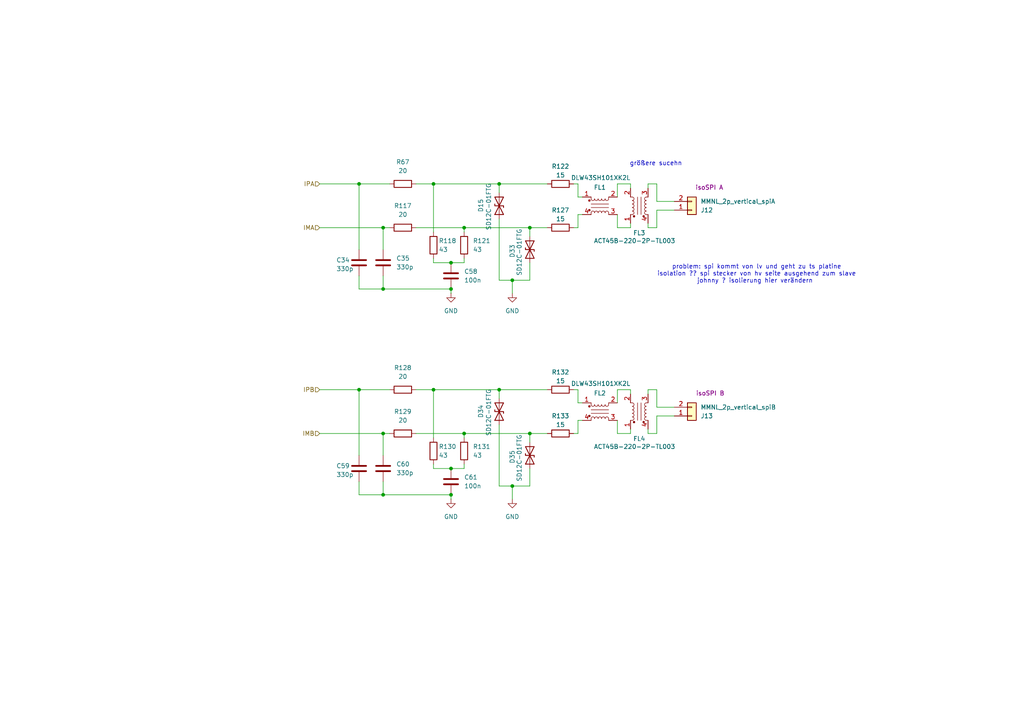
<source format=kicad_sch>
(kicad_sch
	(version 20231120)
	(generator "eeschema")
	(generator_version "8.0")
	(uuid "cc997e99-186e-4e96-b6fd-8d5d8672419b")
	(paper "A4")
	(lib_symbols
		(symbol "Connector_Generic:Conn_01x02"
			(pin_names
				(offset 1.016) hide)
			(exclude_from_sim no)
			(in_bom yes)
			(on_board yes)
			(property "Reference" "J"
				(at 0 2.54 0)
				(effects
					(font
						(size 1.27 1.27)
					)
				)
			)
			(property "Value" "Conn_01x02"
				(at 0 -5.08 0)
				(effects
					(font
						(size 1.27 1.27)
					)
				)
			)
			(property "Footprint" ""
				(at 0 0 0)
				(effects
					(font
						(size 1.27 1.27)
					)
					(hide yes)
				)
			)
			(property "Datasheet" "~"
				(at 0 0 0)
				(effects
					(font
						(size 1.27 1.27)
					)
					(hide yes)
				)
			)
			(property "Description" "Generic connector, single row, 01x02, script generated (kicad-library-utils/schlib/autogen/connector/)"
				(at 0 0 0)
				(effects
					(font
						(size 1.27 1.27)
					)
					(hide yes)
				)
			)
			(property "ki_keywords" "connector"
				(at 0 0 0)
				(effects
					(font
						(size 1.27 1.27)
					)
					(hide yes)
				)
			)
			(property "ki_fp_filters" "Connector*:*_1x??_*"
				(at 0 0 0)
				(effects
					(font
						(size 1.27 1.27)
					)
					(hide yes)
				)
			)
			(symbol "Conn_01x02_1_1"
				(rectangle
					(start -1.27 -2.413)
					(end 0 -2.667)
					(stroke
						(width 0.1524)
						(type default)
					)
					(fill
						(type none)
					)
				)
				(rectangle
					(start -1.27 0.127)
					(end 0 -0.127)
					(stroke
						(width 0.1524)
						(type default)
					)
					(fill
						(type none)
					)
				)
				(rectangle
					(start -1.27 1.27)
					(end 1.27 -3.81)
					(stroke
						(width 0.254)
						(type default)
					)
					(fill
						(type background)
					)
				)
				(pin passive line
					(at -5.08 0 0)
					(length 3.81)
					(name "Pin_1"
						(effects
							(font
								(size 1.27 1.27)
							)
						)
					)
					(number "1"
						(effects
							(font
								(size 1.27 1.27)
							)
						)
					)
				)
				(pin passive line
					(at -5.08 -2.54 0)
					(length 3.81)
					(name "Pin_2"
						(effects
							(font
								(size 1.27 1.27)
							)
						)
					)
					(number "2"
						(effects
							(font
								(size 1.27 1.27)
							)
						)
					)
				)
			)
		)
		(symbol "Device:C"
			(pin_numbers hide)
			(pin_names
				(offset 0.254)
			)
			(exclude_from_sim no)
			(in_bom yes)
			(on_board yes)
			(property "Reference" "C"
				(at 0.635 2.54 0)
				(effects
					(font
						(size 1.27 1.27)
					)
					(justify left)
				)
			)
			(property "Value" "C"
				(at 0.635 -2.54 0)
				(effects
					(font
						(size 1.27 1.27)
					)
					(justify left)
				)
			)
			(property "Footprint" ""
				(at 0.9652 -3.81 0)
				(effects
					(font
						(size 1.27 1.27)
					)
					(hide yes)
				)
			)
			(property "Datasheet" "~"
				(at 0 0 0)
				(effects
					(font
						(size 1.27 1.27)
					)
					(hide yes)
				)
			)
			(property "Description" "Unpolarized capacitor"
				(at 0 0 0)
				(effects
					(font
						(size 1.27 1.27)
					)
					(hide yes)
				)
			)
			(property "ki_keywords" "cap capacitor"
				(at 0 0 0)
				(effects
					(font
						(size 1.27 1.27)
					)
					(hide yes)
				)
			)
			(property "ki_fp_filters" "C_*"
				(at 0 0 0)
				(effects
					(font
						(size 1.27 1.27)
					)
					(hide yes)
				)
			)
			(symbol "C_0_1"
				(polyline
					(pts
						(xy -2.032 -0.762) (xy 2.032 -0.762)
					)
					(stroke
						(width 0.508)
						(type default)
					)
					(fill
						(type none)
					)
				)
				(polyline
					(pts
						(xy -2.032 0.762) (xy 2.032 0.762)
					)
					(stroke
						(width 0.508)
						(type default)
					)
					(fill
						(type none)
					)
				)
			)
			(symbol "C_1_1"
				(pin passive line
					(at 0 3.81 270)
					(length 2.794)
					(name "~"
						(effects
							(font
								(size 1.27 1.27)
							)
						)
					)
					(number "1"
						(effects
							(font
								(size 1.27 1.27)
							)
						)
					)
				)
				(pin passive line
					(at 0 -3.81 90)
					(length 2.794)
					(name "~"
						(effects
							(font
								(size 1.27 1.27)
							)
						)
					)
					(number "2"
						(effects
							(font
								(size 1.27 1.27)
							)
						)
					)
				)
			)
		)
		(symbol "Device:D_TVS"
			(pin_numbers hide)
			(pin_names
				(offset 1.016) hide)
			(exclude_from_sim no)
			(in_bom yes)
			(on_board yes)
			(property "Reference" "D"
				(at 0 2.54 0)
				(effects
					(font
						(size 1.27 1.27)
					)
				)
			)
			(property "Value" "D_TVS"
				(at 0 -2.54 0)
				(effects
					(font
						(size 1.27 1.27)
					)
				)
			)
			(property "Footprint" ""
				(at 0 0 0)
				(effects
					(font
						(size 1.27 1.27)
					)
					(hide yes)
				)
			)
			(property "Datasheet" "~"
				(at 0 0 0)
				(effects
					(font
						(size 1.27 1.27)
					)
					(hide yes)
				)
			)
			(property "Description" "Bidirectional transient-voltage-suppression diode"
				(at 0 0 0)
				(effects
					(font
						(size 1.27 1.27)
					)
					(hide yes)
				)
			)
			(property "ki_keywords" "diode TVS thyrector"
				(at 0 0 0)
				(effects
					(font
						(size 1.27 1.27)
					)
					(hide yes)
				)
			)
			(property "ki_fp_filters" "TO-???* *_Diode_* *SingleDiode* D_*"
				(at 0 0 0)
				(effects
					(font
						(size 1.27 1.27)
					)
					(hide yes)
				)
			)
			(symbol "D_TVS_0_1"
				(polyline
					(pts
						(xy 1.27 0) (xy -1.27 0)
					)
					(stroke
						(width 0)
						(type default)
					)
					(fill
						(type none)
					)
				)
				(polyline
					(pts
						(xy 0.508 1.27) (xy 0 1.27) (xy 0 -1.27) (xy -0.508 -1.27)
					)
					(stroke
						(width 0.254)
						(type default)
					)
					(fill
						(type none)
					)
				)
				(polyline
					(pts
						(xy -2.54 1.27) (xy -2.54 -1.27) (xy 2.54 1.27) (xy 2.54 -1.27) (xy -2.54 1.27)
					)
					(stroke
						(width 0.254)
						(type default)
					)
					(fill
						(type none)
					)
				)
			)
			(symbol "D_TVS_1_1"
				(pin passive line
					(at -3.81 0 0)
					(length 2.54)
					(name "A1"
						(effects
							(font
								(size 1.27 1.27)
							)
						)
					)
					(number "1"
						(effects
							(font
								(size 1.27 1.27)
							)
						)
					)
				)
				(pin passive line
					(at 3.81 0 180)
					(length 2.54)
					(name "A2"
						(effects
							(font
								(size 1.27 1.27)
							)
						)
					)
					(number "2"
						(effects
							(font
								(size 1.27 1.27)
							)
						)
					)
				)
			)
		)
		(symbol "Device:R"
			(pin_numbers hide)
			(pin_names
				(offset 0)
			)
			(exclude_from_sim no)
			(in_bom yes)
			(on_board yes)
			(property "Reference" "R"
				(at 2.032 0 90)
				(effects
					(font
						(size 1.27 1.27)
					)
				)
			)
			(property "Value" "R"
				(at 0 0 90)
				(effects
					(font
						(size 1.27 1.27)
					)
				)
			)
			(property "Footprint" ""
				(at -1.778 0 90)
				(effects
					(font
						(size 1.27 1.27)
					)
					(hide yes)
				)
			)
			(property "Datasheet" "~"
				(at 0 0 0)
				(effects
					(font
						(size 1.27 1.27)
					)
					(hide yes)
				)
			)
			(property "Description" "Resistor"
				(at 0 0 0)
				(effects
					(font
						(size 1.27 1.27)
					)
					(hide yes)
				)
			)
			(property "ki_keywords" "R res resistor"
				(at 0 0 0)
				(effects
					(font
						(size 1.27 1.27)
					)
					(hide yes)
				)
			)
			(property "ki_fp_filters" "R_*"
				(at 0 0 0)
				(effects
					(font
						(size 1.27 1.27)
					)
					(hide yes)
				)
			)
			(symbol "R_0_1"
				(rectangle
					(start -1.016 -2.54)
					(end 1.016 2.54)
					(stroke
						(width 0.254)
						(type default)
					)
					(fill
						(type none)
					)
				)
			)
			(symbol "R_1_1"
				(pin passive line
					(at 0 3.81 270)
					(length 1.27)
					(name "~"
						(effects
							(font
								(size 1.27 1.27)
							)
						)
					)
					(number "1"
						(effects
							(font
								(size 1.27 1.27)
							)
						)
					)
				)
				(pin passive line
					(at 0 -3.81 90)
					(length 1.27)
					(name "~"
						(effects
							(font
								(size 1.27 1.27)
							)
						)
					)
					(number "2"
						(effects
							(font
								(size 1.27 1.27)
							)
						)
					)
				)
			)
		)
		(symbol "Filter:Choke_Coilcraft_0603USB-222"
			(pin_names
				(offset 0.254) hide)
			(exclude_from_sim no)
			(in_bom yes)
			(on_board yes)
			(property "Reference" "FL"
				(at 0 4.445 0)
				(effects
					(font
						(size 1.27 1.27)
					)
				)
			)
			(property "Value" "Choke_Coilcraft_0603USB-222"
				(at 0 -4.445 0)
				(effects
					(font
						(size 1.27 1.27)
					)
				)
			)
			(property "Footprint" "Inductor_SMD:L_CommonModeChoke_Coilcraft_0603USB"
				(at 0 -6.35 0)
				(effects
					(font
						(size 1.27 1.27)
					)
					(hide yes)
				)
			)
			(property "Datasheet" "https://www.coilcraft.com/pdfs/0603usb.pdf"
				(at 0 -8.255 0)
				(effects
					(font
						(size 1.27 1.27)
					)
					(hide yes)
				)
			)
			(property "Description" "Common mode choke, 500mA, 250VAC, 150nH, 209mohm, 0.96Ghz, "
				(at 0 0 0)
				(effects
					(font
						(size 1.27 1.27)
					)
					(hide yes)
				)
			)
			(property "ki_keywords" "common-mode common mode choke signal line filter"
				(at 0 0 0)
				(effects
					(font
						(size 1.27 1.27)
					)
					(hide yes)
				)
			)
			(property "ki_fp_filters" "L*CommonModeChoke*Coilcraft*0603USB*"
				(at 0 0 0)
				(effects
					(font
						(size 1.27 1.27)
					)
					(hide yes)
				)
			)
			(symbol "Choke_Coilcraft_0603USB-222_0_1"
				(circle
					(center -3.048 -1.27)
					(radius 0.254)
					(stroke
						(width 0)
						(type default)
					)
					(fill
						(type outline)
					)
				)
				(circle
					(center -3.048 1.524)
					(radius 0.254)
					(stroke
						(width 0)
						(type default)
					)
					(fill
						(type outline)
					)
				)
				(arc
					(start -2.54 2.032)
					(mid -2.032 1.5262)
					(end -1.524 2.032)
					(stroke
						(width 0)
						(type default)
					)
					(fill
						(type none)
					)
				)
				(arc
					(start -1.524 -2.032)
					(mid -2.032 -1.5262)
					(end -2.54 -2.032)
					(stroke
						(width 0)
						(type default)
					)
					(fill
						(type none)
					)
				)
				(arc
					(start -1.524 2.032)
					(mid -1.016 1.5262)
					(end -0.508 2.032)
					(stroke
						(width 0)
						(type default)
					)
					(fill
						(type none)
					)
				)
				(arc
					(start -0.508 -2.032)
					(mid -1.016 -1.5262)
					(end -1.524 -2.032)
					(stroke
						(width 0)
						(type default)
					)
					(fill
						(type none)
					)
				)
				(arc
					(start -0.508 2.032)
					(mid 0 1.5262)
					(end 0.508 2.032)
					(stroke
						(width 0)
						(type default)
					)
					(fill
						(type none)
					)
				)
				(polyline
					(pts
						(xy -2.54 -2.032) (xy -2.54 -2.54)
					)
					(stroke
						(width 0)
						(type default)
					)
					(fill
						(type none)
					)
				)
				(polyline
					(pts
						(xy -2.54 0.508) (xy 2.54 0.508)
					)
					(stroke
						(width 0)
						(type default)
					)
					(fill
						(type none)
					)
				)
				(polyline
					(pts
						(xy -2.54 2.032) (xy -2.54 2.54)
					)
					(stroke
						(width 0)
						(type default)
					)
					(fill
						(type none)
					)
				)
				(polyline
					(pts
						(xy 2.54 -2.032) (xy 2.54 -2.54)
					)
					(stroke
						(width 0)
						(type default)
					)
					(fill
						(type none)
					)
				)
				(polyline
					(pts
						(xy 2.54 -0.508) (xy -2.54 -0.508)
					)
					(stroke
						(width 0)
						(type default)
					)
					(fill
						(type none)
					)
				)
				(polyline
					(pts
						(xy 2.54 2.54) (xy 2.54 2.032)
					)
					(stroke
						(width 0)
						(type default)
					)
					(fill
						(type none)
					)
				)
				(arc
					(start 0.508 -2.032)
					(mid 0 -1.5262)
					(end -0.508 -2.032)
					(stroke
						(width 0)
						(type default)
					)
					(fill
						(type none)
					)
				)
				(arc
					(start 0.508 2.032)
					(mid 1.016 1.5262)
					(end 1.524 2.032)
					(stroke
						(width 0)
						(type default)
					)
					(fill
						(type none)
					)
				)
				(arc
					(start 1.524 -2.032)
					(mid 1.016 -1.5262)
					(end 0.508 -2.032)
					(stroke
						(width 0)
						(type default)
					)
					(fill
						(type none)
					)
				)
				(arc
					(start 1.524 2.032)
					(mid 2.032 1.5262)
					(end 2.54 2.032)
					(stroke
						(width 0)
						(type default)
					)
					(fill
						(type none)
					)
				)
				(arc
					(start 2.54 -2.032)
					(mid 2.032 -1.5262)
					(end 1.524 -2.032)
					(stroke
						(width 0)
						(type default)
					)
					(fill
						(type none)
					)
				)
			)
			(symbol "Choke_Coilcraft_0603USB-222_1_1"
				(pin passive line
					(at -5.08 2.54 0)
					(length 2.54)
					(name "1"
						(effects
							(font
								(size 1.27 1.27)
							)
						)
					)
					(number "1"
						(effects
							(font
								(size 1.27 1.27)
							)
						)
					)
				)
				(pin passive line
					(at 5.08 2.54 180)
					(length 2.54)
					(name "2"
						(effects
							(font
								(size 1.27 1.27)
							)
						)
					)
					(number "2"
						(effects
							(font
								(size 1.27 1.27)
							)
						)
					)
				)
				(pin passive line
					(at 5.08 -2.54 180)
					(length 2.54)
					(name "3"
						(effects
							(font
								(size 1.27 1.27)
							)
						)
					)
					(number "3"
						(effects
							(font
								(size 1.27 1.27)
							)
						)
					)
				)
				(pin passive line
					(at -5.08 -2.54 0)
					(length 2.54)
					(name "4"
						(effects
							(font
								(size 1.27 1.27)
							)
						)
					)
					(number "4"
						(effects
							(font
								(size 1.27 1.27)
							)
						)
					)
				)
			)
		)
		(symbol "power:GND"
			(power)
			(pin_numbers hide)
			(pin_names
				(offset 0) hide)
			(exclude_from_sim no)
			(in_bom yes)
			(on_board yes)
			(property "Reference" "#PWR"
				(at 0 -6.35 0)
				(effects
					(font
						(size 1.27 1.27)
					)
					(hide yes)
				)
			)
			(property "Value" "GND"
				(at 0 -3.81 0)
				(effects
					(font
						(size 1.27 1.27)
					)
				)
			)
			(property "Footprint" ""
				(at 0 0 0)
				(effects
					(font
						(size 1.27 1.27)
					)
					(hide yes)
				)
			)
			(property "Datasheet" ""
				(at 0 0 0)
				(effects
					(font
						(size 1.27 1.27)
					)
					(hide yes)
				)
			)
			(property "Description" "Power symbol creates a global label with name \"GND\" , ground"
				(at 0 0 0)
				(effects
					(font
						(size 1.27 1.27)
					)
					(hide yes)
				)
			)
			(property "ki_keywords" "global power"
				(at 0 0 0)
				(effects
					(font
						(size 1.27 1.27)
					)
					(hide yes)
				)
			)
			(symbol "GND_0_1"
				(polyline
					(pts
						(xy 0 0) (xy 0 -1.27) (xy 1.27 -1.27) (xy 0 -2.54) (xy -1.27 -1.27) (xy 0 -1.27)
					)
					(stroke
						(width 0)
						(type default)
					)
					(fill
						(type none)
					)
				)
			)
			(symbol "GND_1_1"
				(pin power_in line
					(at 0 0 270)
					(length 0)
					(name "~"
						(effects
							(font
								(size 1.27 1.27)
							)
						)
					)
					(number "1"
						(effects
							(font
								(size 1.27 1.27)
							)
						)
					)
				)
			)
		)
	)
	(junction
		(at 153.67 125.73)
		(diameter 0)
		(color 0 0 0 0)
		(uuid "01183f8a-1e4b-4f9c-b82e-dc570b395bc9")
	)
	(junction
		(at 125.73 113.03)
		(diameter 0)
		(color 0 0 0 0)
		(uuid "0aee2266-1ee0-435b-99ab-209fda24ce6f")
	)
	(junction
		(at 130.81 135.89)
		(diameter 0)
		(color 0 0 0 0)
		(uuid "0b43cb52-6b59-4d07-bb39-52d42efea2a4")
	)
	(junction
		(at 144.78 53.34)
		(diameter 0)
		(color 0 0 0 0)
		(uuid "16849498-73cb-4d60-8cda-784e57847e86")
	)
	(junction
		(at 134.62 125.73)
		(diameter 0)
		(color 0 0 0 0)
		(uuid "261f1fb1-79c8-4d48-90f7-81c699a437e8")
	)
	(junction
		(at 125.73 53.34)
		(diameter 0)
		(color 0 0 0 0)
		(uuid "2a20125c-c321-48f8-b44e-3988e503e198")
	)
	(junction
		(at 134.62 66.04)
		(diameter 0)
		(color 0 0 0 0)
		(uuid "3b517f86-5ad6-4b30-bb01-49b6d492cf9c")
	)
	(junction
		(at 148.59 81.28)
		(diameter 0)
		(color 0 0 0 0)
		(uuid "3c8e5238-16b2-4bed-8e21-054959c494ec")
	)
	(junction
		(at 148.59 140.97)
		(diameter 0)
		(color 0 0 0 0)
		(uuid "41d63814-442e-4eda-b8c7-71ebc3663179")
	)
	(junction
		(at 144.78 113.03)
		(diameter 0)
		(color 0 0 0 0)
		(uuid "52c62b19-830a-4953-b16b-cfcb0d6b9962")
	)
	(junction
		(at 130.81 76.2)
		(diameter 0)
		(color 0 0 0 0)
		(uuid "68ad2d62-3be5-4a54-9f19-2399902fa070")
	)
	(junction
		(at 104.14 113.03)
		(diameter 0)
		(color 0 0 0 0)
		(uuid "9143c996-48f2-4a9c-8b34-dd5924e0f123")
	)
	(junction
		(at 111.125 83.82)
		(diameter 0)
		(color 0 0 0 0)
		(uuid "a4d47f39-7381-4158-a58e-55d279f46660")
	)
	(junction
		(at 104.14 53.34)
		(diameter 0)
		(color 0 0 0 0)
		(uuid "a8e19d03-4413-4599-ab2b-eda64a944fd2")
	)
	(junction
		(at 111.125 143.51)
		(diameter 0)
		(color 0 0 0 0)
		(uuid "b1ce9d3e-0365-45f1-ab62-efb8a8230bf1")
	)
	(junction
		(at 111.125 125.73)
		(diameter 0)
		(color 0 0 0 0)
		(uuid "b7291065-5005-4360-9e7f-7be23bc2735b")
	)
	(junction
		(at 111.125 66.04)
		(diameter 0)
		(color 0 0 0 0)
		(uuid "beae2e58-2c9b-4cf0-85c6-8d352d2fb6a7")
	)
	(junction
		(at 130.81 83.82)
		(diameter 0)
		(color 0 0 0 0)
		(uuid "d954a7f2-89e9-4d9b-8b3d-3c9b09e53775")
	)
	(junction
		(at 153.67 66.04)
		(diameter 0)
		(color 0 0 0 0)
		(uuid "e265b3c2-1f26-4628-9af9-9ee896d1942c")
	)
	(junction
		(at 130.81 143.51)
		(diameter 0)
		(color 0 0 0 0)
		(uuid "f73c40ae-53a9-4b64-a252-1e0899a4483e")
	)
	(wire
		(pts
			(xy 104.14 113.03) (xy 113.03 113.03)
		)
		(stroke
			(width 0)
			(type default)
		)
		(uuid "0565c931-c0f9-466d-94bc-782bb9e90050")
	)
	(wire
		(pts
			(xy 104.14 139.7) (xy 104.14 143.51)
		)
		(stroke
			(width 0)
			(type default)
		)
		(uuid "0df56b57-53ff-458e-a7f9-40507343abc6")
	)
	(wire
		(pts
			(xy 167.64 113.03) (xy 167.64 116.84)
		)
		(stroke
			(width 0)
			(type default)
		)
		(uuid "0e5a8d8b-a111-4c02-8823-bbd44add785a")
	)
	(wire
		(pts
			(xy 111.125 80.01) (xy 111.125 83.82)
		)
		(stroke
			(width 0)
			(type default)
		)
		(uuid "131978a5-406e-4bd9-8cda-67cc620ad33c")
	)
	(wire
		(pts
			(xy 120.65 66.04) (xy 134.62 66.04)
		)
		(stroke
			(width 0)
			(type default)
		)
		(uuid "13d13389-b355-4549-ae0d-ef4b9cf92d09")
	)
	(wire
		(pts
			(xy 134.62 134.62) (xy 134.62 135.89)
		)
		(stroke
			(width 0)
			(type default)
		)
		(uuid "17c15ff6-9808-42f8-a4dd-c2998ada0920")
	)
	(wire
		(pts
			(xy 130.81 143.51) (xy 130.81 144.78)
		)
		(stroke
			(width 0)
			(type default)
		)
		(uuid "18d12258-3620-48b1-8485-5c608696f8ea")
	)
	(wire
		(pts
			(xy 167.64 116.84) (xy 168.91 116.84)
		)
		(stroke
			(width 0)
			(type default)
		)
		(uuid "1a06fc4d-afb0-408d-8c8a-c67a787daece")
	)
	(wire
		(pts
			(xy 104.14 53.34) (xy 104.14 72.39)
		)
		(stroke
			(width 0)
			(type default)
		)
		(uuid "1f2f4073-1ed2-401d-bfdd-89e0cbe2c4d6")
	)
	(wire
		(pts
			(xy 167.64 62.23) (xy 168.91 62.23)
		)
		(stroke
			(width 0)
			(type default)
		)
		(uuid "1f95988b-294e-49e4-9bcd-a8e5f8f1b0f3")
	)
	(wire
		(pts
			(xy 111.125 66.04) (xy 111.125 72.39)
		)
		(stroke
			(width 0)
			(type default)
		)
		(uuid "20b3f746-6c71-4810-adf8-12af40f89a01")
	)
	(wire
		(pts
			(xy 182.88 53.34) (xy 182.88 54.61)
		)
		(stroke
			(width 0)
			(type default)
		)
		(uuid "21a9f667-12fb-4f0f-bec6-e88a06cb05a7")
	)
	(wire
		(pts
			(xy 125.73 76.2) (xy 125.73 74.93)
		)
		(stroke
			(width 0)
			(type default)
		)
		(uuid "263db505-8108-4a7f-add9-b16d51e43236")
	)
	(wire
		(pts
			(xy 144.78 63.5) (xy 144.78 81.28)
		)
		(stroke
			(width 0)
			(type default)
		)
		(uuid "2878b128-352c-4878-9278-c2f4a238750d")
	)
	(wire
		(pts
			(xy 134.62 76.2) (xy 130.81 76.2)
		)
		(stroke
			(width 0)
			(type default)
		)
		(uuid "2a301240-f26b-4950-bcec-e6412674688a")
	)
	(wire
		(pts
			(xy 182.88 66.04) (xy 182.88 64.77)
		)
		(stroke
			(width 0)
			(type default)
		)
		(uuid "2c546921-2ade-4803-9f2d-5d7638e01ffb")
	)
	(wire
		(pts
			(xy 179.07 66.04) (xy 179.07 62.23)
		)
		(stroke
			(width 0)
			(type default)
		)
		(uuid "2c55f13c-b9de-4f7c-9be4-6c711c4735ff")
	)
	(wire
		(pts
			(xy 130.81 135.89) (xy 125.73 135.89)
		)
		(stroke
			(width 0)
			(type default)
		)
		(uuid "2cce578f-d5b2-4862-abf3-70360e2cabf0")
	)
	(wire
		(pts
			(xy 167.64 62.23) (xy 167.64 66.04)
		)
		(stroke
			(width 0)
			(type default)
		)
		(uuid "31c33949-aae5-45e0-8006-0a61d8da9694")
	)
	(wire
		(pts
			(xy 111.125 143.51) (xy 130.81 143.51)
		)
		(stroke
			(width 0)
			(type default)
		)
		(uuid "320e9999-cac5-4b53-b96c-ce4560ab60e1")
	)
	(wire
		(pts
			(xy 125.73 53.34) (xy 144.78 53.34)
		)
		(stroke
			(width 0)
			(type default)
		)
		(uuid "36cdd6ac-0a35-4adf-a5a3-1345cf1f1e53")
	)
	(wire
		(pts
			(xy 190.5 58.42) (xy 190.5 53.34)
		)
		(stroke
			(width 0)
			(type default)
		)
		(uuid "38288ebd-4630-4d10-9075-6c33778842e1")
	)
	(wire
		(pts
			(xy 179.07 66.04) (xy 182.88 66.04)
		)
		(stroke
			(width 0)
			(type default)
		)
		(uuid "3c119e1b-9ad0-436a-a4ca-6ee8bef9e2d3")
	)
	(wire
		(pts
			(xy 125.73 135.89) (xy 125.73 134.62)
		)
		(stroke
			(width 0)
			(type default)
		)
		(uuid "415c5496-1c97-49cc-9663-d2338d1c4eca")
	)
	(wire
		(pts
			(xy 120.65 113.03) (xy 125.73 113.03)
		)
		(stroke
			(width 0)
			(type default)
		)
		(uuid "42c66a14-d781-44e1-a3ca-2bc7fe2bfb41")
	)
	(wire
		(pts
			(xy 148.59 140.97) (xy 153.67 140.97)
		)
		(stroke
			(width 0)
			(type default)
		)
		(uuid "4949d58d-7b61-4018-9ab2-9db5506cadad")
	)
	(wire
		(pts
			(xy 144.78 81.28) (xy 148.59 81.28)
		)
		(stroke
			(width 0)
			(type default)
		)
		(uuid "526f5610-f661-4139-b05e-9dc1195bf186")
	)
	(wire
		(pts
			(xy 190.5 53.34) (xy 187.96 53.34)
		)
		(stroke
			(width 0)
			(type default)
		)
		(uuid "55abcf85-bf08-4d8a-b086-9597600c0f04")
	)
	(wire
		(pts
			(xy 111.125 66.04) (xy 113.03 66.04)
		)
		(stroke
			(width 0)
			(type default)
		)
		(uuid "587ef0f9-7f6f-45b6-9afa-e461d0cc9549")
	)
	(wire
		(pts
			(xy 190.5 60.96) (xy 190.5 66.04)
		)
		(stroke
			(width 0)
			(type default)
		)
		(uuid "5972f4eb-6df6-4e01-841f-879bf9d8b69c")
	)
	(wire
		(pts
			(xy 167.64 53.34) (xy 167.64 57.15)
		)
		(stroke
			(width 0)
			(type default)
		)
		(uuid "5c066255-002d-4bda-82d7-ed88921a71b3")
	)
	(wire
		(pts
			(xy 111.125 83.82) (xy 130.81 83.82)
		)
		(stroke
			(width 0)
			(type default)
		)
		(uuid "5cc843a9-8f74-45ab-b4e5-0badcccb2835")
	)
	(wire
		(pts
			(xy 144.78 140.97) (xy 148.59 140.97)
		)
		(stroke
			(width 0)
			(type default)
		)
		(uuid "5d164f3a-6598-4551-bcb2-a80c2562a107")
	)
	(wire
		(pts
			(xy 153.67 76.2) (xy 153.67 81.28)
		)
		(stroke
			(width 0)
			(type default)
		)
		(uuid "5d9d89fd-7a7d-48be-a0c7-a9fe05db6191")
	)
	(wire
		(pts
			(xy 104.14 80.01) (xy 104.14 83.82)
		)
		(stroke
			(width 0)
			(type default)
		)
		(uuid "5f94fed7-41f2-4ff6-aa7b-a4e6e4896789")
	)
	(wire
		(pts
			(xy 166.37 113.03) (xy 167.64 113.03)
		)
		(stroke
			(width 0)
			(type default)
		)
		(uuid "60e454aa-b1c5-49f6-91d2-703e0e7d9e07")
	)
	(wire
		(pts
			(xy 130.81 83.82) (xy 130.81 85.09)
		)
		(stroke
			(width 0)
			(type default)
		)
		(uuid "6325c8c1-0a60-4819-ad6a-5635af30f80a")
	)
	(wire
		(pts
			(xy 130.81 76.2) (xy 125.73 76.2)
		)
		(stroke
			(width 0)
			(type default)
		)
		(uuid "6b447ebf-f804-49b0-881e-f34a74957d39")
	)
	(wire
		(pts
			(xy 167.64 121.92) (xy 167.64 125.73)
		)
		(stroke
			(width 0)
			(type default)
		)
		(uuid "6e5effcc-4755-4c29-babc-68132753bd99")
	)
	(wire
		(pts
			(xy 167.64 57.15) (xy 168.91 57.15)
		)
		(stroke
			(width 0)
			(type default)
		)
		(uuid "6fe45814-ab0c-4abd-b890-26294abfc73b")
	)
	(wire
		(pts
			(xy 166.37 53.34) (xy 167.64 53.34)
		)
		(stroke
			(width 0)
			(type default)
		)
		(uuid "711603bd-1693-4ccc-a5a3-4c47eed310a6")
	)
	(wire
		(pts
			(xy 179.07 125.73) (xy 179.07 121.92)
		)
		(stroke
			(width 0)
			(type default)
		)
		(uuid "732be2ee-a15a-4b69-9420-a00f9fcc5dae")
	)
	(wire
		(pts
			(xy 190.5 118.11) (xy 195.58 118.11)
		)
		(stroke
			(width 0)
			(type default)
		)
		(uuid "7378b1d6-965f-44e7-9946-d04c28f972d1")
	)
	(wire
		(pts
			(xy 187.96 125.73) (xy 187.96 124.46)
		)
		(stroke
			(width 0)
			(type default)
		)
		(uuid "747270b2-538f-4bfe-a361-02ae93e58734")
	)
	(wire
		(pts
			(xy 144.78 123.19) (xy 144.78 140.97)
		)
		(stroke
			(width 0)
			(type default)
		)
		(uuid "79f0daee-7160-4c27-b4b8-a9fd4eb39b88")
	)
	(wire
		(pts
			(xy 153.67 66.04) (xy 153.67 68.58)
		)
		(stroke
			(width 0)
			(type default)
		)
		(uuid "7b28fa0b-17d4-4839-b46c-10c61f35bbfe")
	)
	(wire
		(pts
			(xy 134.62 135.89) (xy 130.81 135.89)
		)
		(stroke
			(width 0)
			(type default)
		)
		(uuid "7b52a9a9-21f6-4d0d-944c-4bc6f9b20c10")
	)
	(wire
		(pts
			(xy 179.07 113.03) (xy 182.88 113.03)
		)
		(stroke
			(width 0)
			(type default)
		)
		(uuid "7d52924e-8bf1-41f3-a88b-e54eead982dc")
	)
	(wire
		(pts
			(xy 104.14 143.51) (xy 111.125 143.51)
		)
		(stroke
			(width 0)
			(type default)
		)
		(uuid "859d7ef8-3236-40d2-bd07-af5bf012c438")
	)
	(wire
		(pts
			(xy 120.65 125.73) (xy 134.62 125.73)
		)
		(stroke
			(width 0)
			(type default)
		)
		(uuid "87909c03-0d46-4405-8890-be98ee081399")
	)
	(wire
		(pts
			(xy 134.62 125.73) (xy 134.62 127)
		)
		(stroke
			(width 0)
			(type default)
		)
		(uuid "882548b3-e7b1-4c68-91f1-15e1ceb8f6ea")
	)
	(wire
		(pts
			(xy 167.64 125.73) (xy 166.37 125.73)
		)
		(stroke
			(width 0)
			(type default)
		)
		(uuid "97963dfe-3e02-4ed2-a469-e5b1aa4347ff")
	)
	(wire
		(pts
			(xy 92.71 125.73) (xy 111.125 125.73)
		)
		(stroke
			(width 0)
			(type default)
		)
		(uuid "989225f2-8496-4347-87ed-4e6cf8180b25")
	)
	(wire
		(pts
			(xy 134.62 74.93) (xy 134.62 76.2)
		)
		(stroke
			(width 0)
			(type default)
		)
		(uuid "98ee242f-cef8-465b-b16c-efe3e1fa21d1")
	)
	(wire
		(pts
			(xy 190.5 120.65) (xy 190.5 125.73)
		)
		(stroke
			(width 0)
			(type default)
		)
		(uuid "99117fc3-f64e-4d15-b2c9-5eae6803b78c")
	)
	(wire
		(pts
			(xy 190.5 66.04) (xy 187.96 66.04)
		)
		(stroke
			(width 0)
			(type default)
		)
		(uuid "9b244fd4-2670-443b-a457-71cc2d9f9962")
	)
	(wire
		(pts
			(xy 92.71 113.03) (xy 104.14 113.03)
		)
		(stroke
			(width 0)
			(type default)
		)
		(uuid "9c6464b5-3f30-4127-9e0d-66412fe04eb0")
	)
	(wire
		(pts
			(xy 144.78 113.03) (xy 158.75 113.03)
		)
		(stroke
			(width 0)
			(type default)
		)
		(uuid "9ff41563-c491-4c32-bd3b-58318558d239")
	)
	(wire
		(pts
			(xy 190.5 60.96) (xy 195.58 60.96)
		)
		(stroke
			(width 0)
			(type default)
		)
		(uuid "a6f8303d-305d-45e4-a7e1-4337e0b1beaf")
	)
	(wire
		(pts
			(xy 134.62 66.04) (xy 153.67 66.04)
		)
		(stroke
			(width 0)
			(type default)
		)
		(uuid "a86ddb4f-7f4c-472e-a8d2-f715863070b0")
	)
	(wire
		(pts
			(xy 125.73 113.03) (xy 125.73 127)
		)
		(stroke
			(width 0)
			(type default)
		)
		(uuid "aa509a6b-82c5-433d-8a65-bdf860d0a7f6")
	)
	(wire
		(pts
			(xy 104.14 83.82) (xy 111.125 83.82)
		)
		(stroke
			(width 0)
			(type default)
		)
		(uuid "acfe9f3b-5a86-4055-88fd-38342f07f5cd")
	)
	(wire
		(pts
			(xy 190.5 118.11) (xy 190.5 113.03)
		)
		(stroke
			(width 0)
			(type default)
		)
		(uuid "af2bbf75-1669-4bba-ac58-65eb5602befd")
	)
	(wire
		(pts
			(xy 153.67 135.89) (xy 153.67 140.97)
		)
		(stroke
			(width 0)
			(type default)
		)
		(uuid "b18d8ca9-758d-46d6-b76e-a59642fd13a7")
	)
	(wire
		(pts
			(xy 179.07 53.34) (xy 179.07 57.15)
		)
		(stroke
			(width 0)
			(type default)
		)
		(uuid "b3c8affe-c9f4-4aa9-8c23-0917d6b92cad")
	)
	(wire
		(pts
			(xy 120.65 53.34) (xy 125.73 53.34)
		)
		(stroke
			(width 0)
			(type default)
		)
		(uuid "b41ff4b5-0659-4438-8f87-22cb88df76a1")
	)
	(wire
		(pts
			(xy 187.96 66.04) (xy 187.96 64.77)
		)
		(stroke
			(width 0)
			(type default)
		)
		(uuid "b63d1a5c-9181-433d-86f2-f311e878efc3")
	)
	(wire
		(pts
			(xy 179.07 113.03) (xy 179.07 116.84)
		)
		(stroke
			(width 0)
			(type default)
		)
		(uuid "b8a604ac-29b2-41cc-bd51-47816fcd7512")
	)
	(wire
		(pts
			(xy 125.73 53.34) (xy 125.73 67.31)
		)
		(stroke
			(width 0)
			(type default)
		)
		(uuid "ba3bda8e-6186-4fdc-9ac1-5579bf324af1")
	)
	(wire
		(pts
			(xy 125.73 113.03) (xy 144.78 113.03)
		)
		(stroke
			(width 0)
			(type default)
		)
		(uuid "bd663345-6a33-4c53-bc78-b7b34bd83c56")
	)
	(wire
		(pts
			(xy 187.96 113.03) (xy 187.96 114.3)
		)
		(stroke
			(width 0)
			(type default)
		)
		(uuid "bdb4eafe-3aa7-43bf-b504-0d1dd48bec5a")
	)
	(wire
		(pts
			(xy 179.07 53.34) (xy 182.88 53.34)
		)
		(stroke
			(width 0)
			(type default)
		)
		(uuid "bdfe1517-7bdf-4232-8716-92493f1394ab")
	)
	(wire
		(pts
			(xy 153.67 125.73) (xy 153.67 128.27)
		)
		(stroke
			(width 0)
			(type default)
		)
		(uuid "c2d96053-d5eb-4397-9c27-34c44f78cde1")
	)
	(wire
		(pts
			(xy 167.64 66.04) (xy 166.37 66.04)
		)
		(stroke
			(width 0)
			(type default)
		)
		(uuid "c6045578-662d-49ab-bbbd-6163239abaa7")
	)
	(wire
		(pts
			(xy 182.88 125.73) (xy 182.88 124.46)
		)
		(stroke
			(width 0)
			(type default)
		)
		(uuid "c61e0019-c3d7-427f-9a0d-70b8d2a946f1")
	)
	(wire
		(pts
			(xy 148.59 140.97) (xy 148.59 144.78)
		)
		(stroke
			(width 0)
			(type default)
		)
		(uuid "c9127632-05e8-4233-aa81-26abfabd0be6")
	)
	(wire
		(pts
			(xy 190.5 125.73) (xy 187.96 125.73)
		)
		(stroke
			(width 0)
			(type default)
		)
		(uuid "c92180ca-5d52-4f40-a499-aa35c4bbaec5")
	)
	(wire
		(pts
			(xy 111.125 125.73) (xy 111.125 132.08)
		)
		(stroke
			(width 0)
			(type default)
		)
		(uuid "cb8d91e1-e0aa-41f6-9bf2-37a432544fb2")
	)
	(wire
		(pts
			(xy 190.5 120.65) (xy 195.58 120.65)
		)
		(stroke
			(width 0)
			(type default)
		)
		(uuid "d42c2df4-208c-4835-9176-7437c1e76609")
	)
	(wire
		(pts
			(xy 148.59 81.28) (xy 148.59 85.09)
		)
		(stroke
			(width 0)
			(type default)
		)
		(uuid "d48c668c-c34a-4da8-bb0b-c2770d8d7560")
	)
	(wire
		(pts
			(xy 190.5 58.42) (xy 195.58 58.42)
		)
		(stroke
			(width 0)
			(type default)
		)
		(uuid "d4cba228-bf0c-49ca-8b3b-15aa81c9bf88")
	)
	(wire
		(pts
			(xy 134.62 125.73) (xy 153.67 125.73)
		)
		(stroke
			(width 0)
			(type default)
		)
		(uuid "d624965a-55d3-4f53-90d5-f06bfae09fb3")
	)
	(wire
		(pts
			(xy 190.5 113.03) (xy 187.96 113.03)
		)
		(stroke
			(width 0)
			(type default)
		)
		(uuid "d9df4c52-3ac9-4ce6-9c91-8a215b7df9bf")
	)
	(wire
		(pts
			(xy 187.96 53.34) (xy 187.96 54.61)
		)
		(stroke
			(width 0)
			(type default)
		)
		(uuid "dcc85ffa-54ce-4da4-8082-a010f13cba52")
	)
	(wire
		(pts
			(xy 144.78 53.34) (xy 158.75 53.34)
		)
		(stroke
			(width 0)
			(type default)
		)
		(uuid "dcf3e791-af40-4d50-89ad-c566fe127d1e")
	)
	(wire
		(pts
			(xy 111.125 125.73) (xy 113.03 125.73)
		)
		(stroke
			(width 0)
			(type default)
		)
		(uuid "de3a659d-ba2a-444f-8794-50eab76105ae")
	)
	(wire
		(pts
			(xy 148.59 81.28) (xy 153.67 81.28)
		)
		(stroke
			(width 0)
			(type default)
		)
		(uuid "df6ec248-ecdf-4949-98d2-2a1cdfd95bca")
	)
	(wire
		(pts
			(xy 182.88 113.03) (xy 182.88 114.3)
		)
		(stroke
			(width 0)
			(type default)
		)
		(uuid "e308cb3d-1b7f-434e-8f02-abef9ea6f74b")
	)
	(wire
		(pts
			(xy 111.125 139.7) (xy 111.125 143.51)
		)
		(stroke
			(width 0)
			(type default)
		)
		(uuid "e41194a2-1645-46ca-b6c1-61846315885a")
	)
	(wire
		(pts
			(xy 134.62 66.04) (xy 134.62 67.31)
		)
		(stroke
			(width 0)
			(type default)
		)
		(uuid "e4d25403-aaa6-4a6f-adf0-f3203744392b")
	)
	(wire
		(pts
			(xy 104.14 53.34) (xy 113.03 53.34)
		)
		(stroke
			(width 0)
			(type default)
		)
		(uuid "ea0d9dc5-d858-45f9-9f61-9452333e7422")
	)
	(wire
		(pts
			(xy 179.07 125.73) (xy 182.88 125.73)
		)
		(stroke
			(width 0)
			(type default)
		)
		(uuid "ea3277ca-2e2b-466f-b625-343522c3cafb")
	)
	(wire
		(pts
			(xy 153.67 66.04) (xy 158.75 66.04)
		)
		(stroke
			(width 0)
			(type default)
		)
		(uuid "f00480f7-eb91-4742-b57c-1d9e08810d3c")
	)
	(wire
		(pts
			(xy 104.14 113.03) (xy 104.14 132.08)
		)
		(stroke
			(width 0)
			(type default)
		)
		(uuid "f1e41e3c-1e23-4dfe-827a-e067d3eaefd8")
	)
	(wire
		(pts
			(xy 167.64 121.92) (xy 168.91 121.92)
		)
		(stroke
			(width 0)
			(type default)
		)
		(uuid "f23a4de1-6aa8-4d9c-9faa-08b9f4fb3d75")
	)
	(wire
		(pts
			(xy 92.71 53.34) (xy 104.14 53.34)
		)
		(stroke
			(width 0)
			(type default)
		)
		(uuid "f6ffafec-7741-4edb-9165-1684e3d96f18")
	)
	(wire
		(pts
			(xy 92.71 66.04) (xy 111.125 66.04)
		)
		(stroke
			(width 0)
			(type default)
		)
		(uuid "f8443d47-aa7f-4634-a073-9f669c062ce5")
	)
	(wire
		(pts
			(xy 144.78 53.34) (xy 144.78 55.88)
		)
		(stroke
			(width 0)
			(type default)
		)
		(uuid "fd22c89b-3fba-4319-99bf-a909f8971b36")
	)
	(wire
		(pts
			(xy 153.67 125.73) (xy 158.75 125.73)
		)
		(stroke
			(width 0)
			(type default)
		)
		(uuid "fd45b74e-8d17-49d6-a683-16328cbec773")
	)
	(wire
		(pts
			(xy 144.78 113.03) (xy 144.78 115.57)
		)
		(stroke
			(width 0)
			(type default)
		)
		(uuid "ff7ed386-6df9-4041-b38a-61e957b81fbf")
	)
	(text "problem: spi kommt von lv und geht zu ts platine\nisolation ?? spi stecker von hv seite ausgehend zum slave\njohnny ? isolierung hier verändern "
		(exclude_from_sim no)
		(at 219.456 79.502 0)
		(effects
			(font
				(size 1.27 1.27)
			)
		)
		(uuid "70ed81f8-544e-4290-ac06-1a70cde0a944")
	)
	(text "größere sucehn"
		(exclude_from_sim no)
		(at 190.246 47.498 0)
		(effects
			(font
				(size 1.27 1.27)
			)
		)
		(uuid "7f03f3cf-d5ef-42d0-b439-c8666b44f354")
	)
	(hierarchical_label "IMA"
		(shape input)
		(at 92.71 66.04 180)
		(fields_autoplaced yes)
		(effects
			(font
				(size 1.27 1.27)
			)
			(justify right)
		)
		(uuid "018a7dae-761b-4a0e-bd75-67fc832c12ac")
	)
	(hierarchical_label "IPA"
		(shape input)
		(at 92.71 53.34 180)
		(fields_autoplaced yes)
		(effects
			(font
				(size 1.27 1.27)
			)
			(justify right)
		)
		(uuid "6036b150-468e-450d-9ab0-ac414b1d9e69")
	)
	(hierarchical_label "IPB"
		(shape input)
		(at 92.71 113.03 180)
		(fields_autoplaced yes)
		(effects
			(font
				(size 1.27 1.27)
			)
			(justify right)
		)
		(uuid "d4505a6b-71c1-4048-ba19-df6033f2e9f8")
	)
	(hierarchical_label "IMB"
		(shape input)
		(at 92.71 125.73 180)
		(fields_autoplaced yes)
		(effects
			(font
				(size 1.27 1.27)
			)
			(justify right)
		)
		(uuid "ffdad1c5-cf07-4211-8843-c1bf7c1ac117")
	)
	(symbol
		(lib_id "Device:R")
		(at 116.84 53.34 90)
		(unit 1)
		(exclude_from_sim no)
		(in_bom yes)
		(on_board yes)
		(dnp no)
		(fields_autoplaced yes)
		(uuid "01abef1f-e6bd-4321-af5a-1879889d3d08")
		(property "Reference" "R67"
			(at 116.84 46.99 90)
			(effects
				(font
					(size 1.27 1.27)
				)
			)
		)
		(property "Value" "20"
			(at 116.84 49.53 90)
			(effects
				(font
					(size 1.27 1.27)
				)
			)
		)
		(property "Footprint" "Resistor_SMD:R_0603_1608Metric"
			(at 116.84 55.118 90)
			(effects
				(font
					(size 1.27 1.27)
				)
				(hide yes)
			)
		)
		(property "Datasheet" "~"
			(at 116.84 53.34 0)
			(effects
				(font
					(size 1.27 1.27)
				)
				(hide yes)
			)
		)
		(property "Description" "Resistor"
			(at 116.84 53.34 0)
			(effects
				(font
					(size 1.27 1.27)
				)
				(hide yes)
			)
		)
		(pin "1"
			(uuid "ed1c96e7-7d6e-452d-9b33-fa5f7156d0ea")
		)
		(pin "2"
			(uuid "85a92435-fc1b-49fe-a9ac-d32ff32931d1")
		)
		(instances
			(project "Master_FT25"
				(path "/e63e39d7-6ac0-4ffd-8aa3-1841a4541b55/7ea6d794-d6f7-459d-b00f-ed5a8a0446d9"
					(reference "R67")
					(unit 1)
				)
			)
		)
	)
	(symbol
		(lib_id "Filter:Choke_Coilcraft_0603USB-222")
		(at 173.99 119.38 0)
		(unit 1)
		(exclude_from_sim no)
		(in_bom yes)
		(on_board yes)
		(dnp no)
		(uuid "05ece750-9bd3-43aa-83c3-a9db9fc736b7")
		(property "Reference" "FL2"
			(at 173.99 114.046 0)
			(effects
				(font
					(size 1.27 1.27)
				)
			)
		)
		(property "Value" "DLW43SH101XK2L"
			(at 174.244 111.252 0)
			(effects
				(font
					(size 1.27 1.27)
				)
			)
		)
		(property "Footprint" "Master:DLW43SH101XK2L"
			(at 173.99 125.73 0)
			(effects
				(font
					(size 1.27 1.27)
				)
				(hide yes)
			)
		)
		(property "Datasheet" "https://www.mouser.de/datasheet/2/281/DLW43SH101XK2_23-1915221.pdf"
			(at 173.99 127.635 0)
			(effects
				(font
					(size 1.27 1.27)
				)
				(hide yes)
			)
		)
		(property "Description" "Common mode choke, 500mA, 250VAC, 150nH, 209mohm, 0.96Ghz, "
			(at 173.99 119.38 0)
			(effects
				(font
					(size 1.27 1.27)
				)
				(hide yes)
			)
		)
		(pin "3"
			(uuid "e45396df-dd79-44f4-b518-0f15f81ef94c")
		)
		(pin "4"
			(uuid "9cb49390-6c12-487f-b414-5d012acdd736")
		)
		(pin "2"
			(uuid "5e64a576-8dcf-4b03-a2ee-7f2876bb03f1")
		)
		(pin "1"
			(uuid "fbfa58f5-5f3d-4b59-ad86-8f819f4c883d")
		)
		(instances
			(project "Master_FT25"
				(path "/e63e39d7-6ac0-4ffd-8aa3-1841a4541b55/7ea6d794-d6f7-459d-b00f-ed5a8a0446d9"
					(reference "FL2")
					(unit 1)
				)
			)
		)
	)
	(symbol
		(lib_id "Device:R")
		(at 134.62 130.81 0)
		(unit 1)
		(exclude_from_sim no)
		(in_bom yes)
		(on_board yes)
		(dnp no)
		(fields_autoplaced yes)
		(uuid "0c589d78-1f2f-41a5-9740-6f7f919d6c88")
		(property "Reference" "R131"
			(at 137.16 129.5399 0)
			(effects
				(font
					(size 1.27 1.27)
				)
				(justify left)
			)
		)
		(property "Value" "43"
			(at 137.16 132.0799 0)
			(effects
				(font
					(size 1.27 1.27)
				)
				(justify left)
			)
		)
		(property "Footprint" "Resistor_SMD:R_1206_3216Metric"
			(at 132.842 130.81 90)
			(effects
				(font
					(size 1.27 1.27)
				)
				(hide yes)
			)
		)
		(property "Datasheet" "~"
			(at 134.62 130.81 0)
			(effects
				(font
					(size 1.27 1.27)
				)
				(hide yes)
			)
		)
		(property "Description" "Resistor"
			(at 134.62 130.81 0)
			(effects
				(font
					(size 1.27 1.27)
				)
				(hide yes)
			)
		)
		(pin "2"
			(uuid "21bd437a-00b1-4130-80f8-81a90046243d")
		)
		(pin "1"
			(uuid "cca96cef-2f3c-4077-9163-4a26e186e614")
		)
		(instances
			(project "Master_FT25"
				(path "/e63e39d7-6ac0-4ffd-8aa3-1841a4541b55/7ea6d794-d6f7-459d-b00f-ed5a8a0446d9"
					(reference "R131")
					(unit 1)
				)
			)
		)
	)
	(symbol
		(lib_id "Filter:Choke_Coilcraft_0603USB-222")
		(at 173.99 59.69 0)
		(unit 1)
		(exclude_from_sim no)
		(in_bom yes)
		(on_board yes)
		(dnp no)
		(uuid "148bb816-caaa-40fd-a9f6-0a814a61fee7")
		(property "Reference" "FL1"
			(at 173.99 54.356 0)
			(effects
				(font
					(size 1.27 1.27)
				)
			)
		)
		(property "Value" "DLW43SH101XK2L"
			(at 174.244 51.562 0)
			(effects
				(font
					(size 1.27 1.27)
				)
			)
		)
		(property "Footprint" "Master:DLW43SH101XK2L"
			(at 173.99 66.04 0)
			(effects
				(font
					(size 1.27 1.27)
				)
				(hide yes)
			)
		)
		(property "Datasheet" "https://www.mouser.de/datasheet/2/281/DLW43SH101XK2_23-1915221.pdf"
			(at 173.99 67.945 0)
			(effects
				(font
					(size 1.27 1.27)
				)
				(hide yes)
			)
		)
		(property "Description" "Common mode choke, 500mA, 250VAC, 150nH, 209mohm, 0.96Ghz, "
			(at 173.99 59.69 0)
			(effects
				(font
					(size 1.27 1.27)
				)
				(hide yes)
			)
		)
		(pin "3"
			(uuid "84bb453a-6620-43d7-9f1f-3cfa49fcc5a1")
		)
		(pin "4"
			(uuid "38d8c23e-fdbe-4d33-953a-870a1b241f68")
		)
		(pin "2"
			(uuid "7067159b-7326-43af-8239-71447670b818")
		)
		(pin "1"
			(uuid "fc2b8a8c-a352-4b6b-aa2b-02f9422d2c5b")
		)
		(instances
			(project "Master_FT25"
				(path "/e63e39d7-6ac0-4ffd-8aa3-1841a4541b55/7ea6d794-d6f7-459d-b00f-ed5a8a0446d9"
					(reference "FL1")
					(unit 1)
				)
			)
		)
	)
	(symbol
		(lib_id "Device:R")
		(at 162.56 66.04 90)
		(unit 1)
		(exclude_from_sim no)
		(in_bom yes)
		(on_board yes)
		(dnp no)
		(uuid "22ba54a8-bd49-4887-a66b-814b5b35ec20")
		(property "Reference" "R127"
			(at 162.56 60.96 90)
			(effects
				(font
					(size 1.27 1.27)
				)
			)
		)
		(property "Value" "15"
			(at 162.56 63.5 90)
			(effects
				(font
					(size 1.27 1.27)
				)
			)
		)
		(property "Footprint" "Resistor_SMD:R_0805_2012Metric"
			(at 162.56 67.818 90)
			(effects
				(font
					(size 1.27 1.27)
				)
				(hide yes)
			)
		)
		(property "Datasheet" "~"
			(at 162.56 66.04 0)
			(effects
				(font
					(size 1.27 1.27)
				)
				(hide yes)
			)
		)
		(property "Description" "Resistor"
			(at 162.56 66.04 0)
			(effects
				(font
					(size 1.27 1.27)
				)
				(hide yes)
			)
		)
		(pin "1"
			(uuid "27f2604f-6514-4b93-9dcd-937ac069056d")
		)
		(pin "2"
			(uuid "8ee24956-6a2b-43d1-874f-c7d938377572")
		)
		(instances
			(project "Master_FT25"
				(path "/e63e39d7-6ac0-4ffd-8aa3-1841a4541b55/7ea6d794-d6f7-459d-b00f-ed5a8a0446d9"
					(reference "R127")
					(unit 1)
				)
			)
		)
	)
	(symbol
		(lib_id "Device:C")
		(at 111.125 76.2 0)
		(unit 1)
		(exclude_from_sim no)
		(in_bom yes)
		(on_board yes)
		(dnp no)
		(fields_autoplaced yes)
		(uuid "28a1c96c-25b2-4fd9-8cc4-286d547d3ef5")
		(property "Reference" "C35"
			(at 114.935 74.9299 0)
			(effects
				(font
					(size 1.27 1.27)
				)
				(justify left)
			)
		)
		(property "Value" "330p"
			(at 114.935 77.4699 0)
			(effects
				(font
					(size 1.27 1.27)
				)
				(justify left)
			)
		)
		(property "Footprint" "Capacitor_SMD:C_0603_1608Metric"
			(at 112.0902 80.01 0)
			(effects
				(font
					(size 1.27 1.27)
				)
				(hide yes)
			)
		)
		(property "Datasheet" "~"
			(at 111.125 76.2 0)
			(effects
				(font
					(size 1.27 1.27)
				)
				(hide yes)
			)
		)
		(property "Description" "Unpolarized capacitor"
			(at 111.125 76.2 0)
			(effects
				(font
					(size 1.27 1.27)
				)
				(hide yes)
			)
		)
		(pin "1"
			(uuid "dbae38d5-7733-4914-bc0d-6fb10f31646d")
		)
		(pin "2"
			(uuid "458b610b-1779-493d-9f24-989ebcaa0ccf")
		)
		(instances
			(project "Master_FT25"
				(path "/e63e39d7-6ac0-4ffd-8aa3-1841a4541b55/7ea6d794-d6f7-459d-b00f-ed5a8a0446d9"
					(reference "C35")
					(unit 1)
				)
			)
		)
	)
	(symbol
		(lib_id "Device:R")
		(at 134.62 71.12 0)
		(unit 1)
		(exclude_from_sim no)
		(in_bom yes)
		(on_board yes)
		(dnp no)
		(fields_autoplaced yes)
		(uuid "31bfce83-b110-400f-8dce-e444435b0413")
		(property "Reference" "R121"
			(at 137.16 69.8499 0)
			(effects
				(font
					(size 1.27 1.27)
				)
				(justify left)
			)
		)
		(property "Value" "43"
			(at 137.16 72.3899 0)
			(effects
				(font
					(size 1.27 1.27)
				)
				(justify left)
			)
		)
		(property "Footprint" "Resistor_SMD:R_1206_3216Metric"
			(at 132.842 71.12 90)
			(effects
				(font
					(size 1.27 1.27)
				)
				(hide yes)
			)
		)
		(property "Datasheet" "~"
			(at 134.62 71.12 0)
			(effects
				(font
					(size 1.27 1.27)
				)
				(hide yes)
			)
		)
		(property "Description" "Resistor"
			(at 134.62 71.12 0)
			(effects
				(font
					(size 1.27 1.27)
				)
				(hide yes)
			)
		)
		(pin "2"
			(uuid "dd7cc359-1ac2-4156-a56a-3cd158c9c12c")
		)
		(pin "1"
			(uuid "e99f6f06-2476-4fb4-8c02-49c87e83e7e5")
		)
		(instances
			(project "Master_FT25"
				(path "/e63e39d7-6ac0-4ffd-8aa3-1841a4541b55/7ea6d794-d6f7-459d-b00f-ed5a8a0446d9"
					(reference "R121")
					(unit 1)
				)
			)
		)
	)
	(symbol
		(lib_id "Device:R")
		(at 125.73 130.81 0)
		(unit 1)
		(exclude_from_sim no)
		(in_bom yes)
		(on_board yes)
		(dnp no)
		(uuid "3451134c-c3c5-48e2-8644-4f24db702ff1")
		(property "Reference" "R130"
			(at 127.254 129.54 0)
			(effects
				(font
					(size 1.27 1.27)
				)
				(justify left)
			)
		)
		(property "Value" "43"
			(at 127.254 132.08 0)
			(effects
				(font
					(size 1.27 1.27)
				)
				(justify left)
			)
		)
		(property "Footprint" "Resistor_SMD:R_1206_3216Metric"
			(at 123.952 130.81 90)
			(effects
				(font
					(size 1.27 1.27)
				)
				(hide yes)
			)
		)
		(property "Datasheet" "~"
			(at 125.73 130.81 0)
			(effects
				(font
					(size 1.27 1.27)
				)
				(hide yes)
			)
		)
		(property "Description" "Resistor"
			(at 125.73 130.81 0)
			(effects
				(font
					(size 1.27 1.27)
				)
				(hide yes)
			)
		)
		(pin "2"
			(uuid "cd43e9a3-04b7-4f1d-9075-b9a476b04c6e")
		)
		(pin "1"
			(uuid "4db26cf2-ab91-4c41-8100-e37b0cfecfaf")
		)
		(instances
			(project "Master_FT25"
				(path "/e63e39d7-6ac0-4ffd-8aa3-1841a4541b55/7ea6d794-d6f7-459d-b00f-ed5a8a0446d9"
					(reference "R130")
					(unit 1)
				)
			)
		)
	)
	(symbol
		(lib_id "power:GND")
		(at 130.81 85.09 0)
		(unit 1)
		(exclude_from_sim no)
		(in_bom yes)
		(on_board yes)
		(dnp no)
		(fields_autoplaced yes)
		(uuid "36492d11-5b34-421a-b7f5-11d96e27fc7d")
		(property "Reference" "#PWR066"
			(at 130.81 91.44 0)
			(effects
				(font
					(size 1.27 1.27)
				)
				(hide yes)
			)
		)
		(property "Value" "GND"
			(at 130.81 90.17 0)
			(effects
				(font
					(size 1.27 1.27)
				)
			)
		)
		(property "Footprint" ""
			(at 130.81 85.09 0)
			(effects
				(font
					(size 1.27 1.27)
				)
				(hide yes)
			)
		)
		(property "Datasheet" ""
			(at 130.81 85.09 0)
			(effects
				(font
					(size 1.27 1.27)
				)
				(hide yes)
			)
		)
		(property "Description" "Power symbol creates a global label with name \"GND\" , ground"
			(at 130.81 85.09 0)
			(effects
				(font
					(size 1.27 1.27)
				)
				(hide yes)
			)
		)
		(pin "1"
			(uuid "1d96b7ff-fa49-4297-b267-b21acaddcc73")
		)
		(instances
			(project "Master_FT25"
				(path "/e63e39d7-6ac0-4ffd-8aa3-1841a4541b55/7ea6d794-d6f7-459d-b00f-ed5a8a0446d9"
					(reference "#PWR066")
					(unit 1)
				)
			)
		)
	)
	(symbol
		(lib_id "Device:D_TVS")
		(at 144.78 119.38 90)
		(unit 1)
		(exclude_from_sim no)
		(in_bom yes)
		(on_board yes)
		(dnp no)
		(uuid "47a69a78-12ec-4c49-bf11-8778a9b792ff")
		(property "Reference" "D34"
			(at 139.446 117.348 0)
			(effects
				(font
					(size 1.27 1.27)
				)
				(justify right)
			)
		)
		(property "Value" "SD12C-01FTG"
			(at 141.732 112.776 0)
			(effects
				(font
					(size 1.27 1.27)
				)
				(justify right)
			)
		)
		(property "Footprint" "Master:SOD2613X114N"
			(at 144.78 119.38 0)
			(effects
				(font
					(size 1.27 1.27)
				)
				(hide yes)
			)
		)
		(property "Datasheet" "https://www.littelfuse.com/media?resourcetype=datasheets&itemid=b682d4fa-3733-4cd6-9f7f-7cf1a490030b&filename=littelfuse_tvs_diode_array_sd_c_datasheet.pdf"
			(at 144.78 119.38 0)
			(effects
				(font
					(size 1.27 1.27)
				)
				(hide yes)
			)
		)
		(property "Description" "Bidirectional transient-voltage-suppression diode"
			(at 144.78 119.38 0)
			(effects
				(font
					(size 1.27 1.27)
				)
				(hide yes)
			)
		)
		(pin "1"
			(uuid "c1ebfbbb-e03c-48ec-afd1-059b4f0efe73")
		)
		(pin "2"
			(uuid "ce261a15-02b2-4507-83b9-4b1a93a8ba0c")
		)
		(instances
			(project "Master_FT25"
				(path "/e63e39d7-6ac0-4ffd-8aa3-1841a4541b55/7ea6d794-d6f7-459d-b00f-ed5a8a0446d9"
					(reference "D34")
					(unit 1)
				)
			)
		)
	)
	(symbol
		(lib_id "Device:R")
		(at 162.56 125.73 90)
		(unit 1)
		(exclude_from_sim no)
		(in_bom yes)
		(on_board yes)
		(dnp no)
		(uuid "4892e410-eea4-4022-ad61-28cd5e62c8fb")
		(property "Reference" "R133"
			(at 162.56 120.65 90)
			(effects
				(font
					(size 1.27 1.27)
				)
			)
		)
		(property "Value" "15"
			(at 162.56 123.19 90)
			(effects
				(font
					(size 1.27 1.27)
				)
			)
		)
		(property "Footprint" "Resistor_SMD:R_0805_2012Metric"
			(at 162.56 127.508 90)
			(effects
				(font
					(size 1.27 1.27)
				)
				(hide yes)
			)
		)
		(property "Datasheet" "~"
			(at 162.56 125.73 0)
			(effects
				(font
					(size 1.27 1.27)
				)
				(hide yes)
			)
		)
		(property "Description" "Resistor"
			(at 162.56 125.73 0)
			(effects
				(font
					(size 1.27 1.27)
				)
				(hide yes)
			)
		)
		(pin "1"
			(uuid "41e4b8e0-b0b9-49e6-a05d-dc24118c822d")
		)
		(pin "2"
			(uuid "d2329b4a-f1b2-4c86-bb8d-9f3c1e22bb29")
		)
		(instances
			(project "Master_FT25"
				(path "/e63e39d7-6ac0-4ffd-8aa3-1841a4541b55/7ea6d794-d6f7-459d-b00f-ed5a8a0446d9"
					(reference "R133")
					(unit 1)
				)
			)
		)
	)
	(symbol
		(lib_id "Device:C")
		(at 104.14 135.89 0)
		(unit 1)
		(exclude_from_sim no)
		(in_bom yes)
		(on_board yes)
		(dnp no)
		(uuid "48af387f-ee6d-4b7e-8f16-da03421bf04f")
		(property "Reference" "C59"
			(at 97.536 135.128 0)
			(effects
				(font
					(size 1.27 1.27)
				)
				(justify left)
			)
		)
		(property "Value" "330p"
			(at 97.536 137.668 0)
			(effects
				(font
					(size 1.27 1.27)
				)
				(justify left)
			)
		)
		(property "Footprint" "Capacitor_SMD:C_0603_1608Metric"
			(at 105.1052 139.7 0)
			(effects
				(font
					(size 1.27 1.27)
				)
				(hide yes)
			)
		)
		(property "Datasheet" "~"
			(at 104.14 135.89 0)
			(effects
				(font
					(size 1.27 1.27)
				)
				(hide yes)
			)
		)
		(property "Description" "Unpolarized capacitor"
			(at 104.14 135.89 0)
			(effects
				(font
					(size 1.27 1.27)
				)
				(hide yes)
			)
		)
		(pin "2"
			(uuid "508eaa62-d09f-4581-a9bb-5608ec3f3f9b")
		)
		(pin "1"
			(uuid "f16df9f3-9942-4d10-b9e6-44d4117586be")
		)
		(instances
			(project "Master_FT25"
				(path "/e63e39d7-6ac0-4ffd-8aa3-1841a4541b55/7ea6d794-d6f7-459d-b00f-ed5a8a0446d9"
					(reference "C59")
					(unit 1)
				)
			)
		)
	)
	(symbol
		(lib_id "Device:R")
		(at 162.56 113.03 90)
		(unit 1)
		(exclude_from_sim no)
		(in_bom yes)
		(on_board yes)
		(dnp no)
		(uuid "509d877e-2dc8-4ee1-b641-c18d30ef9b59")
		(property "Reference" "R132"
			(at 162.56 107.95 90)
			(effects
				(font
					(size 1.27 1.27)
				)
			)
		)
		(property "Value" "15"
			(at 162.56 110.49 90)
			(effects
				(font
					(size 1.27 1.27)
				)
			)
		)
		(property "Footprint" "Resistor_SMD:R_0805_2012Metric"
			(at 162.56 114.808 90)
			(effects
				(font
					(size 1.27 1.27)
				)
				(hide yes)
			)
		)
		(property "Datasheet" "~"
			(at 162.56 113.03 0)
			(effects
				(font
					(size 1.27 1.27)
				)
				(hide yes)
			)
		)
		(property "Description" "Resistor"
			(at 162.56 113.03 0)
			(effects
				(font
					(size 1.27 1.27)
				)
				(hide yes)
			)
		)
		(pin "1"
			(uuid "7e91df3d-3526-445a-acdd-ff74a6481422")
		)
		(pin "2"
			(uuid "e71ce4e2-8ee3-42db-9f58-515904173a3b")
		)
		(instances
			(project "Master_FT25"
				(path "/e63e39d7-6ac0-4ffd-8aa3-1841a4541b55/7ea6d794-d6f7-459d-b00f-ed5a8a0446d9"
					(reference "R132")
					(unit 1)
				)
			)
		)
	)
	(symbol
		(lib_id "Device:R")
		(at 162.56 53.34 90)
		(unit 1)
		(exclude_from_sim no)
		(in_bom yes)
		(on_board yes)
		(dnp no)
		(uuid "5757bae6-c6ec-4674-aeb7-162485f340e0")
		(property "Reference" "R122"
			(at 162.56 48.26 90)
			(effects
				(font
					(size 1.27 1.27)
				)
			)
		)
		(property "Value" "15"
			(at 162.56 50.8 90)
			(effects
				(font
					(size 1.27 1.27)
				)
			)
		)
		(property "Footprint" "Resistor_SMD:R_0805_2012Metric"
			(at 162.56 55.118 90)
			(effects
				(font
					(size 1.27 1.27)
				)
				(hide yes)
			)
		)
		(property "Datasheet" "~"
			(at 162.56 53.34 0)
			(effects
				(font
					(size 1.27 1.27)
				)
				(hide yes)
			)
		)
		(property "Description" "Resistor"
			(at 162.56 53.34 0)
			(effects
				(font
					(size 1.27 1.27)
				)
				(hide yes)
			)
		)
		(pin "1"
			(uuid "dbb6ab93-9de1-4156-9878-1af3d5af20f8")
		)
		(pin "2"
			(uuid "ffce95d2-c76e-4e70-9ca9-3b6622b28d85")
		)
		(instances
			(project "Master_FT25"
				(path "/e63e39d7-6ac0-4ffd-8aa3-1841a4541b55/7ea6d794-d6f7-459d-b00f-ed5a8a0446d9"
					(reference "R122")
					(unit 1)
				)
			)
		)
	)
	(symbol
		(lib_id "Device:C")
		(at 130.81 139.7 0)
		(unit 1)
		(exclude_from_sim no)
		(in_bom yes)
		(on_board yes)
		(dnp no)
		(fields_autoplaced yes)
		(uuid "57cfb050-1ce2-4be6-a7d4-793a3ab06754")
		(property "Reference" "C61"
			(at 134.62 138.4299 0)
			(effects
				(font
					(size 1.27 1.27)
				)
				(justify left)
			)
		)
		(property "Value" "100n"
			(at 134.62 140.9699 0)
			(effects
				(font
					(size 1.27 1.27)
				)
				(justify left)
			)
		)
		(property "Footprint" "Capacitor_SMD:C_0603_1608Metric"
			(at 131.7752 143.51 0)
			(effects
				(font
					(size 1.27 1.27)
				)
				(hide yes)
			)
		)
		(property "Datasheet" "~"
			(at 130.81 139.7 0)
			(effects
				(font
					(size 1.27 1.27)
				)
				(hide yes)
			)
		)
		(property "Description" "Unpolarized capacitor"
			(at 130.81 139.7 0)
			(effects
				(font
					(size 1.27 1.27)
				)
				(hide yes)
			)
		)
		(pin "2"
			(uuid "e222c447-bd07-4c5f-830a-6957852729be")
		)
		(pin "1"
			(uuid "53f8cf18-86b6-459d-8bfd-36b0ee38597a")
		)
		(instances
			(project "Master_FT25"
				(path "/e63e39d7-6ac0-4ffd-8aa3-1841a4541b55/7ea6d794-d6f7-459d-b00f-ed5a8a0446d9"
					(reference "C61")
					(unit 1)
				)
			)
		)
	)
	(symbol
		(lib_id "Filter:Choke_Coilcraft_0603USB-222")
		(at 185.42 119.38 90)
		(unit 1)
		(exclude_from_sim no)
		(in_bom yes)
		(on_board yes)
		(dnp no)
		(uuid "5a122038-a8e9-40fb-8af0-5417b9d28d9b")
		(property "Reference" "FL4"
			(at 183.642 127.254 90)
			(effects
				(font
					(size 1.27 1.27)
				)
				(justify right)
			)
		)
		(property "Value" "ACT45B-220-2P-TL003 "
			(at 172.212 129.54 90)
			(effects
				(font
					(size 1.27 1.27)
				)
				(justify right)
			)
		)
		(property "Footprint" "Master:DLW43SH101XK2L"
			(at 191.77 119.38 0)
			(effects
				(font
					(size 1.27 1.27)
				)
				(hide yes)
			)
		)
		(property "Datasheet" "https://product.tdk.com/system/files/dam/doc/product/emc/emc/cmf_cmc/catalog/cmf_automotive_signal_act45b_en.pdf"
			(at 193.675 119.38 0)
			(effects
				(font
					(size 1.27 1.27)
				)
				(hide yes)
			)
		)
		(property "Description" ""
			(at 185.42 119.38 0)
			(effects
				(font
					(size 1.27 1.27)
				)
				(hide yes)
			)
		)
		(pin "1"
			(uuid "6232ed50-3b60-4353-a1f7-a2f819ee4683")
		)
		(pin "4"
			(uuid "637c6a66-46e2-454f-bfad-0e0af2454fe0")
		)
		(pin "2"
			(uuid "7d6d0da0-ce03-48a2-9601-2ec7028cf8be")
		)
		(pin "3"
			(uuid "e235714a-c3e9-46a3-a84a-990b9b69ae13")
		)
		(instances
			(project "Master_FT25"
				(path "/e63e39d7-6ac0-4ffd-8aa3-1841a4541b55/7ea6d794-d6f7-459d-b00f-ed5a8a0446d9"
					(reference "FL4")
					(unit 1)
				)
			)
		)
	)
	(symbol
		(lib_id "Device:C")
		(at 104.14 76.2 0)
		(unit 1)
		(exclude_from_sim no)
		(in_bom yes)
		(on_board yes)
		(dnp no)
		(uuid "6ddbcc25-214f-43b0-8101-bca478f809ce")
		(property "Reference" "C34"
			(at 97.536 75.438 0)
			(effects
				(font
					(size 1.27 1.27)
				)
				(justify left)
			)
		)
		(property "Value" "330p"
			(at 97.536 77.978 0)
			(effects
				(font
					(size 1.27 1.27)
				)
				(justify left)
			)
		)
		(property "Footprint" "Capacitor_SMD:C_0603_1608Metric"
			(at 105.1052 80.01 0)
			(effects
				(font
					(size 1.27 1.27)
				)
				(hide yes)
			)
		)
		(property "Datasheet" "~"
			(at 104.14 76.2 0)
			(effects
				(font
					(size 1.27 1.27)
				)
				(hide yes)
			)
		)
		(property "Description" "Unpolarized capacitor"
			(at 104.14 76.2 0)
			(effects
				(font
					(size 1.27 1.27)
				)
				(hide yes)
			)
		)
		(pin "2"
			(uuid "5e88d8ae-37cc-4063-aa49-9fdea1cad5d9")
		)
		(pin "1"
			(uuid "20743307-5aaa-4671-af51-66fffa8d2824")
		)
		(instances
			(project "Master_FT25"
				(path "/e63e39d7-6ac0-4ffd-8aa3-1841a4541b55/7ea6d794-d6f7-459d-b00f-ed5a8a0446d9"
					(reference "C34")
					(unit 1)
				)
			)
		)
	)
	(symbol
		(lib_id "Device:R")
		(at 116.84 125.73 90)
		(unit 1)
		(exclude_from_sim no)
		(in_bom yes)
		(on_board yes)
		(dnp no)
		(fields_autoplaced yes)
		(uuid "71889c80-8a72-44cf-969e-2af4ec410340")
		(property "Reference" "R129"
			(at 116.84 119.38 90)
			(effects
				(font
					(size 1.27 1.27)
				)
			)
		)
		(property "Value" "20"
			(at 116.84 121.92 90)
			(effects
				(font
					(size 1.27 1.27)
				)
			)
		)
		(property "Footprint" "Resistor_SMD:R_0603_1608Metric"
			(at 116.84 127.508 90)
			(effects
				(font
					(size 1.27 1.27)
				)
				(hide yes)
			)
		)
		(property "Datasheet" "~"
			(at 116.84 125.73 0)
			(effects
				(font
					(size 1.27 1.27)
				)
				(hide yes)
			)
		)
		(property "Description" "Resistor"
			(at 116.84 125.73 0)
			(effects
				(font
					(size 1.27 1.27)
				)
				(hide yes)
			)
		)
		(pin "1"
			(uuid "884070a7-4988-4f79-810e-7d290187e354")
		)
		(pin "2"
			(uuid "2885fa5a-cc50-444c-a583-6693b3045847")
		)
		(instances
			(project "Master_FT25"
				(path "/e63e39d7-6ac0-4ffd-8aa3-1841a4541b55/7ea6d794-d6f7-459d-b00f-ed5a8a0446d9"
					(reference "R129")
					(unit 1)
				)
			)
		)
	)
	(symbol
		(lib_id "Device:R")
		(at 116.84 113.03 90)
		(unit 1)
		(exclude_from_sim no)
		(in_bom yes)
		(on_board yes)
		(dnp no)
		(fields_autoplaced yes)
		(uuid "7d7a3fbd-f379-4387-99ed-cab916fbf625")
		(property "Reference" "R128"
			(at 116.84 106.68 90)
			(effects
				(font
					(size 1.27 1.27)
				)
			)
		)
		(property "Value" "20"
			(at 116.84 109.22 90)
			(effects
				(font
					(size 1.27 1.27)
				)
			)
		)
		(property "Footprint" "Resistor_SMD:R_0603_1608Metric"
			(at 116.84 114.808 90)
			(effects
				(font
					(size 1.27 1.27)
				)
				(hide yes)
			)
		)
		(property "Datasheet" "~"
			(at 116.84 113.03 0)
			(effects
				(font
					(size 1.27 1.27)
				)
				(hide yes)
			)
		)
		(property "Description" "Resistor"
			(at 116.84 113.03 0)
			(effects
				(font
					(size 1.27 1.27)
				)
				(hide yes)
			)
		)
		(pin "1"
			(uuid "3734af4c-c647-4a54-9969-31567fc14f37")
		)
		(pin "2"
			(uuid "26d97e8d-85d0-438d-85a8-4c49522dba8f")
		)
		(instances
			(project "Master_FT25"
				(path "/e63e39d7-6ac0-4ffd-8aa3-1841a4541b55/7ea6d794-d6f7-459d-b00f-ed5a8a0446d9"
					(reference "R128")
					(unit 1)
				)
			)
		)
	)
	(symbol
		(lib_id "Connector_Generic:Conn_01x02")
		(at 200.66 120.65 0)
		(mirror x)
		(unit 1)
		(exclude_from_sim no)
		(in_bom yes)
		(on_board yes)
		(dnp no)
		(uuid "9205d7a2-d587-45e4-8a6f-99ecc59cbd53")
		(property "Reference" "J13"
			(at 203.2 120.6501 0)
			(effects
				(font
					(size 1.27 1.27)
				)
				(justify left)
			)
		)
		(property "Value" "MMNL_2p_vertical_spiB"
			(at 203.2 118.1101 0)
			(effects
				(font
					(size 1.27 1.27)
				)
				(justify left)
			)
		)
		(property "Footprint" "FaSTTUBe_connectors:Micro_Mate-N-Lok_2p_vertical"
			(at 200.66 120.65 0)
			(effects
				(font
					(size 1.27 1.27)
				)
				(hide yes)
			)
		)
		(property "Datasheet" "~"
			(at 200.66 120.65 0)
			(effects
				(font
					(size 1.27 1.27)
				)
				(hide yes)
			)
		)
		(property "Description" "Generic connector, single row, 01x02, script generated (kicad-library-utils/schlib/autogen/connector/)"
			(at 200.66 120.65 0)
			(effects
				(font
					(size 1.27 1.27)
				)
				(hide yes)
			)
		)
		(property "Silkscreen" "isoSPI B"
			(at 205.994 114.046 0)
			(effects
				(font
					(size 1.27 1.27)
				)
			)
		)
		(pin "1"
			(uuid "3974855d-4faf-4d4d-b78d-7c85a24215a7")
		)
		(pin "2"
			(uuid "d392e821-e795-4369-b6f4-f386abdc64b1")
		)
		(instances
			(project "Master_FT25"
				(path "/e63e39d7-6ac0-4ffd-8aa3-1841a4541b55/7ea6d794-d6f7-459d-b00f-ed5a8a0446d9"
					(reference "J13")
					(unit 1)
				)
			)
		)
	)
	(symbol
		(lib_id "Device:C")
		(at 111.125 135.89 0)
		(unit 1)
		(exclude_from_sim no)
		(in_bom yes)
		(on_board yes)
		(dnp no)
		(fields_autoplaced yes)
		(uuid "96e4b37a-68f7-420d-90b6-2378a3f3c93f")
		(property "Reference" "C60"
			(at 114.935 134.6199 0)
			(effects
				(font
					(size 1.27 1.27)
				)
				(justify left)
			)
		)
		(property "Value" "330p"
			(at 114.935 137.1599 0)
			(effects
				(font
					(size 1.27 1.27)
				)
				(justify left)
			)
		)
		(property "Footprint" "Capacitor_SMD:C_0603_1608Metric"
			(at 112.0902 139.7 0)
			(effects
				(font
					(size 1.27 1.27)
				)
				(hide yes)
			)
		)
		(property "Datasheet" "~"
			(at 111.125 135.89 0)
			(effects
				(font
					(size 1.27 1.27)
				)
				(hide yes)
			)
		)
		(property "Description" "Unpolarized capacitor"
			(at 111.125 135.89 0)
			(effects
				(font
					(size 1.27 1.27)
				)
				(hide yes)
			)
		)
		(pin "1"
			(uuid "8c866271-31cc-4d7a-af50-645bcc71de64")
		)
		(pin "2"
			(uuid "8166d198-8684-4947-b61b-33f911175826")
		)
		(instances
			(project "Master_FT25"
				(path "/e63e39d7-6ac0-4ffd-8aa3-1841a4541b55/7ea6d794-d6f7-459d-b00f-ed5a8a0446d9"
					(reference "C60")
					(unit 1)
				)
			)
		)
	)
	(symbol
		(lib_id "Device:D_TVS")
		(at 144.78 59.69 90)
		(unit 1)
		(exclude_from_sim no)
		(in_bom yes)
		(on_board yes)
		(dnp no)
		(uuid "a0f66133-90b0-4a4c-96e1-8fba9c4dc1ac")
		(property "Reference" "D15"
			(at 139.446 57.658 0)
			(effects
				(font
					(size 1.27 1.27)
				)
				(justify right)
			)
		)
		(property "Value" "SD12C-01FTG"
			(at 141.732 53.086 0)
			(effects
				(font
					(size 1.27 1.27)
				)
				(justify right)
			)
		)
		(property "Footprint" "Master:SOD2613X114N"
			(at 144.78 59.69 0)
			(effects
				(font
					(size 1.27 1.27)
				)
				(hide yes)
			)
		)
		(property "Datasheet" "https://www.littelfuse.com/media?resourcetype=datasheets&itemid=b682d4fa-3733-4cd6-9f7f-7cf1a490030b&filename=littelfuse_tvs_diode_array_sd_c_datasheet.pdf"
			(at 144.78 59.69 0)
			(effects
				(font
					(size 1.27 1.27)
				)
				(hide yes)
			)
		)
		(property "Description" "Bidirectional transient-voltage-suppression diode"
			(at 144.78 59.69 0)
			(effects
				(font
					(size 1.27 1.27)
				)
				(hide yes)
			)
		)
		(pin "1"
			(uuid "9f2b8aaa-8a19-405b-b81b-4a516e33bd14")
		)
		(pin "2"
			(uuid "c73c3050-8e29-49c9-9dd5-4b3b71342913")
		)
		(instances
			(project "Master_FT25"
				(path "/e63e39d7-6ac0-4ffd-8aa3-1841a4541b55/7ea6d794-d6f7-459d-b00f-ed5a8a0446d9"
					(reference "D15")
					(unit 1)
				)
			)
		)
	)
	(symbol
		(lib_id "Device:D_TVS")
		(at 153.67 132.08 90)
		(unit 1)
		(exclude_from_sim no)
		(in_bom yes)
		(on_board yes)
		(dnp no)
		(uuid "a6b78bd4-3358-4288-a30b-ded115380328")
		(property "Reference" "D35"
			(at 148.59 130.556 0)
			(effects
				(font
					(size 1.27 1.27)
				)
				(justify right)
			)
		)
		(property "Value" "SD12C-01FTG"
			(at 150.622 125.984 0)
			(effects
				(font
					(size 1.27 1.27)
				)
				(justify right)
			)
		)
		(property "Footprint" "Master:SOD2613X114N"
			(at 153.67 132.08 0)
			(effects
				(font
					(size 1.27 1.27)
				)
				(hide yes)
			)
		)
		(property "Datasheet" "https://www.littelfuse.com/media?resourcetype=datasheets&itemid=b682d4fa-3733-4cd6-9f7f-7cf1a490030b&filename=littelfuse_tvs_diode_array_sd_c_datasheet.pdf"
			(at 153.67 132.08 0)
			(effects
				(font
					(size 1.27 1.27)
				)
				(hide yes)
			)
		)
		(property "Description" "Bidirectional transient-voltage-suppression diode"
			(at 153.67 132.08 0)
			(effects
				(font
					(size 1.27 1.27)
				)
				(hide yes)
			)
		)
		(pin "1"
			(uuid "af93da3e-bb7a-4740-87ed-f4b81f3d261d")
		)
		(pin "2"
			(uuid "8ea4386a-5ba7-44f8-b6a8-7a4508887026")
		)
		(instances
			(project "Master_FT25"
				(path "/e63e39d7-6ac0-4ffd-8aa3-1841a4541b55/7ea6d794-d6f7-459d-b00f-ed5a8a0446d9"
					(reference "D35")
					(unit 1)
				)
			)
		)
	)
	(symbol
		(lib_id "Device:R")
		(at 125.73 71.12 0)
		(unit 1)
		(exclude_from_sim no)
		(in_bom yes)
		(on_board yes)
		(dnp no)
		(uuid "a7a28f52-f313-4c86-99a5-d3093d3bc514")
		(property "Reference" "R118"
			(at 127.254 69.85 0)
			(effects
				(font
					(size 1.27 1.27)
				)
				(justify left)
			)
		)
		(property "Value" "43"
			(at 127.254 72.39 0)
			(effects
				(font
					(size 1.27 1.27)
				)
				(justify left)
			)
		)
		(property "Footprint" "Resistor_SMD:R_1206_3216Metric"
			(at 123.952 71.12 90)
			(effects
				(font
					(size 1.27 1.27)
				)
				(hide yes)
			)
		)
		(property "Datasheet" "~"
			(at 125.73 71.12 0)
			(effects
				(font
					(size 1.27 1.27)
				)
				(hide yes)
			)
		)
		(property "Description" "Resistor"
			(at 125.73 71.12 0)
			(effects
				(font
					(size 1.27 1.27)
				)
				(hide yes)
			)
		)
		(pin "2"
			(uuid "d52df523-e03f-40f7-9578-a789d8762606")
		)
		(pin "1"
			(uuid "e8dae344-046b-417e-9735-16454c37f0a0")
		)
		(instances
			(project "Master_FT25"
				(path "/e63e39d7-6ac0-4ffd-8aa3-1841a4541b55/7ea6d794-d6f7-459d-b00f-ed5a8a0446d9"
					(reference "R118")
					(unit 1)
				)
			)
		)
	)
	(symbol
		(lib_id "Connector_Generic:Conn_01x02")
		(at 200.66 60.96 0)
		(mirror x)
		(unit 1)
		(exclude_from_sim no)
		(in_bom yes)
		(on_board yes)
		(dnp no)
		(uuid "c0960cd9-3a35-44c8-aa48-767cb4ceb64a")
		(property "Reference" "J12"
			(at 203.2 60.9601 0)
			(effects
				(font
					(size 1.27 1.27)
				)
				(justify left)
			)
		)
		(property "Value" "MMNL_2p_vertical_spiA"
			(at 203.2 58.4201 0)
			(effects
				(font
					(size 1.27 1.27)
				)
				(justify left)
			)
		)
		(property "Footprint" "FaSTTUBe_connectors:Micro_Mate-N-Lok_2p_vertical"
			(at 200.66 60.96 0)
			(effects
				(font
					(size 1.27 1.27)
				)
				(hide yes)
			)
		)
		(property "Datasheet" "~"
			(at 200.66 60.96 0)
			(effects
				(font
					(size 1.27 1.27)
				)
				(hide yes)
			)
		)
		(property "Description" "Generic connector, single row, 01x02, script generated (kicad-library-utils/schlib/autogen/connector/)"
			(at 200.66 60.96 0)
			(effects
				(font
					(size 1.27 1.27)
				)
				(hide yes)
			)
		)
		(property "Silkscreen" "isoSPI A"
			(at 205.74 54.356 0)
			(effects
				(font
					(size 1.27 1.27)
				)
			)
		)
		(pin "1"
			(uuid "0c8f21c8-7ffa-43e6-9df8-d5fb6d02591a")
		)
		(pin "2"
			(uuid "994440e9-b89b-448e-be60-1afd37bf9427")
		)
		(instances
			(project "Master_FT25"
				(path "/e63e39d7-6ac0-4ffd-8aa3-1841a4541b55/7ea6d794-d6f7-459d-b00f-ed5a8a0446d9"
					(reference "J12")
					(unit 1)
				)
			)
		)
	)
	(symbol
		(lib_id "power:GND")
		(at 130.81 144.78 0)
		(unit 1)
		(exclude_from_sim no)
		(in_bom yes)
		(on_board yes)
		(dnp no)
		(fields_autoplaced yes)
		(uuid "d5453b91-270a-4691-bc3a-6eaac3e3f229")
		(property "Reference" "#PWR0107"
			(at 130.81 151.13 0)
			(effects
				(font
					(size 1.27 1.27)
				)
				(hide yes)
			)
		)
		(property "Value" "GND"
			(at 130.81 149.86 0)
			(effects
				(font
					(size 1.27 1.27)
				)
			)
		)
		(property "Footprint" ""
			(at 130.81 144.78 0)
			(effects
				(font
					(size 1.27 1.27)
				)
				(hide yes)
			)
		)
		(property "Datasheet" ""
			(at 130.81 144.78 0)
			(effects
				(font
					(size 1.27 1.27)
				)
				(hide yes)
			)
		)
		(property "Description" "Power symbol creates a global label with name \"GND\" , ground"
			(at 130.81 144.78 0)
			(effects
				(font
					(size 1.27 1.27)
				)
				(hide yes)
			)
		)
		(pin "1"
			(uuid "8452a7f0-7421-451c-a687-b438bce8a7a1")
		)
		(instances
			(project "Master_FT25"
				(path "/e63e39d7-6ac0-4ffd-8aa3-1841a4541b55/7ea6d794-d6f7-459d-b00f-ed5a8a0446d9"
					(reference "#PWR0107")
					(unit 1)
				)
			)
		)
	)
	(symbol
		(lib_id "power:GND")
		(at 148.59 144.78 0)
		(unit 1)
		(exclude_from_sim no)
		(in_bom yes)
		(on_board yes)
		(dnp no)
		(fields_autoplaced yes)
		(uuid "e6a10567-38f3-40f6-95ef-93417f9f8ac4")
		(property "Reference" "#PWR0111"
			(at 148.59 151.13 0)
			(effects
				(font
					(size 1.27 1.27)
				)
				(hide yes)
			)
		)
		(property "Value" "GND"
			(at 148.59 149.86 0)
			(effects
				(font
					(size 1.27 1.27)
				)
			)
		)
		(property "Footprint" ""
			(at 148.59 144.78 0)
			(effects
				(font
					(size 1.27 1.27)
				)
				(hide yes)
			)
		)
		(property "Datasheet" ""
			(at 148.59 144.78 0)
			(effects
				(font
					(size 1.27 1.27)
				)
				(hide yes)
			)
		)
		(property "Description" "Power symbol creates a global label with name \"GND\" , ground"
			(at 148.59 144.78 0)
			(effects
				(font
					(size 1.27 1.27)
				)
				(hide yes)
			)
		)
		(pin "1"
			(uuid "65679fa0-e4a0-4e8a-83c5-8d34a549a004")
		)
		(instances
			(project "Master_FT25"
				(path "/e63e39d7-6ac0-4ffd-8aa3-1841a4541b55/7ea6d794-d6f7-459d-b00f-ed5a8a0446d9"
					(reference "#PWR0111")
					(unit 1)
				)
			)
		)
	)
	(symbol
		(lib_id "Device:R")
		(at 116.84 66.04 90)
		(unit 1)
		(exclude_from_sim no)
		(in_bom yes)
		(on_board yes)
		(dnp no)
		(fields_autoplaced yes)
		(uuid "f1662493-a6b5-4b73-98ac-fe37f348a6be")
		(property "Reference" "R117"
			(at 116.84 59.69 90)
			(effects
				(font
					(size 1.27 1.27)
				)
			)
		)
		(property "Value" "20"
			(at 116.84 62.23 90)
			(effects
				(font
					(size 1.27 1.27)
				)
			)
		)
		(property "Footprint" "Resistor_SMD:R_0603_1608Metric"
			(at 116.84 67.818 90)
			(effects
				(font
					(size 1.27 1.27)
				)
				(hide yes)
			)
		)
		(property "Datasheet" "~"
			(at 116.84 66.04 0)
			(effects
				(font
					(size 1.27 1.27)
				)
				(hide yes)
			)
		)
		(property "Description" "Resistor"
			(at 116.84 66.04 0)
			(effects
				(font
					(size 1.27 1.27)
				)
				(hide yes)
			)
		)
		(pin "1"
			(uuid "28fd8862-25c4-4ca5-8e48-f5b4a9cb1609")
		)
		(pin "2"
			(uuid "679eac4f-bc64-4c94-9b35-1508b20efd5b")
		)
		(instances
			(project "Master_FT25"
				(path "/e63e39d7-6ac0-4ffd-8aa3-1841a4541b55/7ea6d794-d6f7-459d-b00f-ed5a8a0446d9"
					(reference "R117")
					(unit 1)
				)
			)
		)
	)
	(symbol
		(lib_id "power:GND")
		(at 148.59 85.09 0)
		(unit 1)
		(exclude_from_sim no)
		(in_bom yes)
		(on_board yes)
		(dnp no)
		(fields_autoplaced yes)
		(uuid "f94b5eeb-095f-48a4-8b9e-7f4328c52b07")
		(property "Reference" "#PWR067"
			(at 148.59 91.44 0)
			(effects
				(font
					(size 1.27 1.27)
				)
				(hide yes)
			)
		)
		(property "Value" "GND"
			(at 148.59 90.17 0)
			(effects
				(font
					(size 1.27 1.27)
				)
			)
		)
		(property "Footprint" ""
			(at 148.59 85.09 0)
			(effects
				(font
					(size 1.27 1.27)
				)
				(hide yes)
			)
		)
		(property "Datasheet" ""
			(at 148.59 85.09 0)
			(effects
				(font
					(size 1.27 1.27)
				)
				(hide yes)
			)
		)
		(property "Description" "Power symbol creates a global label with name \"GND\" , ground"
			(at 148.59 85.09 0)
			(effects
				(font
					(size 1.27 1.27)
				)
				(hide yes)
			)
		)
		(pin "1"
			(uuid "d10e7c14-691c-41e1-be23-634b1596d5c9")
		)
		(instances
			(project "Master_FT25"
				(path "/e63e39d7-6ac0-4ffd-8aa3-1841a4541b55/7ea6d794-d6f7-459d-b00f-ed5a8a0446d9"
					(reference "#PWR067")
					(unit 1)
				)
			)
		)
	)
	(symbol
		(lib_id "Device:D_TVS")
		(at 153.67 72.39 90)
		(unit 1)
		(exclude_from_sim no)
		(in_bom yes)
		(on_board yes)
		(dnp no)
		(uuid "fb3a4458-a1da-4099-b7c3-7af60a319dfb")
		(property "Reference" "D33"
			(at 148.59 70.866 0)
			(effects
				(font
					(size 1.27 1.27)
				)
				(justify right)
			)
		)
		(property "Value" "SD12C-01FTG"
			(at 150.622 66.294 0)
			(effects
				(font
					(size 1.27 1.27)
				)
				(justify right)
			)
		)
		(property "Footprint" "Master:SOD2613X114N"
			(at 153.67 72.39 0)
			(effects
				(font
					(size 1.27 1.27)
				)
				(hide yes)
			)
		)
		(property "Datasheet" "https://www.littelfuse.com/media?resourcetype=datasheets&itemid=b682d4fa-3733-4cd6-9f7f-7cf1a490030b&filename=littelfuse_tvs_diode_array_sd_c_datasheet.pdf"
			(at 153.67 72.39 0)
			(effects
				(font
					(size 1.27 1.27)
				)
				(hide yes)
			)
		)
		(property "Description" "Bidirectional transient-voltage-suppression diode"
			(at 153.67 72.39 0)
			(effects
				(font
					(size 1.27 1.27)
				)
				(hide yes)
			)
		)
		(pin "1"
			(uuid "9cb97be4-583d-4d7d-8660-392acee0568b")
		)
		(pin "2"
			(uuid "600408b5-1437-4aca-86fe-7bdada69e453")
		)
		(instances
			(project "Master_FT25"
				(path "/e63e39d7-6ac0-4ffd-8aa3-1841a4541b55/7ea6d794-d6f7-459d-b00f-ed5a8a0446d9"
					(reference "D33")
					(unit 1)
				)
			)
		)
	)
	(symbol
		(lib_id "Filter:Choke_Coilcraft_0603USB-222")
		(at 185.42 59.69 90)
		(unit 1)
		(exclude_from_sim no)
		(in_bom yes)
		(on_board yes)
		(dnp no)
		(uuid "fcb849a0-dd2d-4819-8bb4-716ce0e95462")
		(property "Reference" "FL3"
			(at 183.642 67.564 90)
			(effects
				(font
					(size 1.27 1.27)
				)
				(justify right)
			)
		)
		(property "Value" "ACT45B-220-2P-TL003 "
			(at 172.212 69.85 90)
			(effects
				(font
					(size 1.27 1.27)
				)
				(justify right)
			)
		)
		(property "Footprint" "Master:DLW43SH101XK2L"
			(at 191.77 59.69 0)
			(effects
				(font
					(size 1.27 1.27)
				)
				(hide yes)
			)
		)
		(property "Datasheet" "https://product.tdk.com/system/files/dam/doc/product/emc/emc/cmf_cmc/catalog/cmf_automotive_signal_act45b_en.pdf"
			(at 193.675 59.69 0)
			(effects
				(font
					(size 1.27 1.27)
				)
				(hide yes)
			)
		)
		(property "Description" ""
			(at 185.42 59.69 0)
			(effects
				(font
					(size 1.27 1.27)
				)
				(hide yes)
			)
		)
		(pin "1"
			(uuid "e3c70743-1d9a-43fd-bcba-d6d0edba9177")
		)
		(pin "4"
			(uuid "c1b4cd0e-f12b-4cbd-944c-2d890e47d620")
		)
		(pin "2"
			(uuid "842364d9-6ba0-432a-8483-391395d31148")
		)
		(pin "3"
			(uuid "0f0724b7-55eb-405a-b208-38ab8b8af8e8")
		)
		(instances
			(project "Master_FT25"
				(path "/e63e39d7-6ac0-4ffd-8aa3-1841a4541b55/7ea6d794-d6f7-459d-b00f-ed5a8a0446d9"
					(reference "FL3")
					(unit 1)
				)
			)
		)
	)
	(symbol
		(lib_id "Device:C")
		(at 130.81 80.01 0)
		(unit 1)
		(exclude_from_sim no)
		(in_bom yes)
		(on_board yes)
		(dnp no)
		(fields_autoplaced yes)
		(uuid "fe35d466-73be-4b18-b450-5785433fe2e5")
		(property "Reference" "C58"
			(at 134.62 78.7399 0)
			(effects
				(font
					(size 1.27 1.27)
				)
				(justify left)
			)
		)
		(property "Value" "100n"
			(at 134.62 81.2799 0)
			(effects
				(font
					(size 1.27 1.27)
				)
				(justify left)
			)
		)
		(property "Footprint" "Capacitor_SMD:C_0603_1608Metric"
			(at 131.7752 83.82 0)
			(effects
				(font
					(size 1.27 1.27)
				)
				(hide yes)
			)
		)
		(property "Datasheet" "~"
			(at 130.81 80.01 0)
			(effects
				(font
					(size 1.27 1.27)
				)
				(hide yes)
			)
		)
		(property "Description" "Unpolarized capacitor"
			(at 130.81 80.01 0)
			(effects
				(font
					(size 1.27 1.27)
				)
				(hide yes)
			)
		)
		(pin "2"
			(uuid "27e10d53-9a3b-457e-8da0-1c155a73f292")
		)
		(pin "1"
			(uuid "fd36face-fd9c-41e9-b138-a6a19946616d")
		)
		(instances
			(project "Master_FT25"
				(path "/e63e39d7-6ac0-4ffd-8aa3-1841a4541b55/7ea6d794-d6f7-459d-b00f-ed5a8a0446d9"
					(reference "C58")
					(unit 1)
				)
			)
		)
	)
)

</source>
